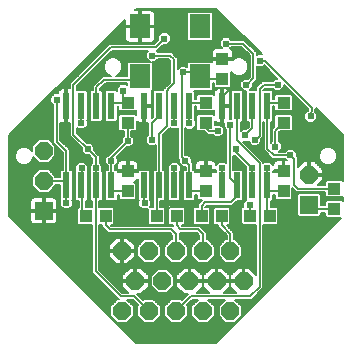
<source format=gtl>
G75*
%MOIN*%
%OFA0B0*%
%FSLAX24Y24*%
%IPPOS*%
%LPD*%
%AMOC8*
5,1,8,0,0,1.08239X$1,22.5*
%
%ADD10R,0.0240X0.0870*%
%ADD11R,0.0433X0.0394*%
%ADD12R,0.0394X0.0433*%
%ADD13R,0.0709X0.0787*%
%ADD14OC8,0.0594*%
%ADD15R,0.0600X0.0600*%
%ADD16OC8,0.0600*%
%ADD17C,0.0060*%
%ADD18C,0.0238*%
%ADD19C,0.0120*%
D10*
X002977Y010284D03*
X003477Y010284D03*
X003977Y010284D03*
X004477Y010284D03*
X005575Y010284D03*
X006075Y010284D03*
X006575Y010284D03*
X007075Y010284D03*
X008174Y010284D03*
X008674Y010284D03*
X009174Y010284D03*
X009674Y010284D03*
X009674Y012934D03*
X009174Y012934D03*
X008674Y012934D03*
X008174Y012934D03*
X007075Y012934D03*
X006575Y012934D03*
X006075Y012934D03*
X005575Y012934D03*
X004477Y012934D03*
X003977Y012934D03*
X003477Y012934D03*
X002977Y012934D03*
D11*
X005026Y013041D03*
X005026Y012372D03*
X007625Y012372D03*
X007625Y013041D03*
X010223Y013041D03*
X010223Y012372D03*
X011920Y010168D03*
X011920Y009499D03*
D12*
X010223Y010088D03*
X010223Y010758D03*
X009762Y009269D03*
X009093Y009269D03*
X008156Y009259D03*
X007487Y009259D03*
X007625Y010088D03*
X007625Y010758D03*
X006660Y009259D03*
X005991Y009259D03*
X005026Y010088D03*
X005026Y010758D03*
X004298Y009259D03*
X003629Y009259D03*
X008186Y013828D03*
X008186Y014497D03*
D13*
X007434Y013927D03*
X007434Y015581D03*
X005434Y015581D03*
X005434Y013927D03*
D14*
X005736Y008096D03*
X004834Y008096D03*
X005283Y007096D03*
X004834Y006096D03*
X005736Y006096D03*
X006185Y007096D03*
X007086Y007096D03*
X006638Y008096D03*
X007539Y008096D03*
X007988Y007096D03*
X007539Y006096D03*
X006638Y006096D03*
X008441Y006096D03*
X008890Y007096D03*
X008441Y008096D03*
D15*
X011074Y009633D03*
X002229Y009431D03*
D16*
X002229Y010431D03*
X002229Y011431D03*
X011074Y010633D03*
D17*
X008631Y005698D02*
X004649Y005698D01*
X004674Y005709D02*
X004995Y005709D01*
X005221Y005935D01*
X005221Y006256D01*
X005014Y006463D01*
X005199Y006463D01*
X005378Y006284D01*
X005349Y006256D01*
X005349Y005935D01*
X005576Y005709D01*
X005896Y005709D01*
X006123Y005935D01*
X006123Y006256D01*
X005896Y006482D01*
X005576Y006482D01*
X005547Y006454D01*
X005351Y006651D01*
X005468Y006651D01*
X005728Y006911D01*
X005728Y007066D01*
X005313Y007066D01*
X005313Y007126D01*
X005253Y007126D01*
X005253Y007540D01*
X005099Y007540D01*
X004838Y007280D01*
X004838Y007126D01*
X005253Y007126D01*
X005253Y007066D01*
X004838Y007066D01*
X004838Y006911D01*
X005046Y006703D01*
X004850Y006703D01*
X004080Y007473D01*
X004080Y008953D01*
X004178Y008953D01*
X004178Y008899D01*
X004248Y008828D01*
X004373Y008703D01*
X006424Y008703D01*
X006518Y008609D01*
X006518Y008482D01*
X006477Y008482D01*
X006251Y008256D01*
X006251Y007935D01*
X006477Y007709D01*
X006798Y007709D01*
X007024Y007935D01*
X007024Y008256D01*
X006798Y008482D01*
X006758Y008482D01*
X006758Y008703D01*
X007325Y008703D01*
X007419Y008609D01*
X007419Y008482D01*
X007379Y008482D01*
X007152Y008256D01*
X007152Y007935D01*
X007379Y007709D01*
X007699Y007709D01*
X007926Y007935D01*
X007926Y008256D01*
X007699Y008482D01*
X007659Y008482D01*
X007659Y008709D01*
X007589Y008779D01*
X007425Y008943D01*
X006835Y008943D01*
X006825Y008953D01*
X006894Y008953D01*
X006947Y009006D01*
X006947Y009513D01*
X006894Y009566D01*
X006426Y009566D01*
X006373Y009513D01*
X006373Y009006D01*
X006426Y008953D01*
X006540Y008953D01*
X006540Y008926D01*
X006523Y008943D01*
X004473Y008943D01*
X004463Y008953D01*
X004532Y008953D01*
X004585Y009006D01*
X004585Y009513D01*
X004532Y009566D01*
X004080Y009566D01*
X004080Y009759D01*
X004134Y009759D01*
X004187Y009812D01*
X004187Y010756D01*
X004178Y010765D01*
X004179Y010767D01*
X004179Y010940D01*
X004090Y011029D01*
X004090Y011273D01*
X004020Y011343D01*
X003909Y011454D01*
X003909Y011580D01*
X003787Y011702D01*
X003661Y011702D01*
X003340Y012023D01*
X003340Y012208D01*
X003394Y012154D01*
X003567Y012154D01*
X003689Y012277D01*
X003689Y012450D01*
X003682Y012457D01*
X003687Y012462D01*
X003687Y013406D01*
X003634Y013459D01*
X003340Y013459D01*
X003340Y013594D01*
X004510Y014763D01*
X005705Y014763D01*
X005641Y014700D01*
X005641Y014527D01*
X005757Y014411D01*
X005043Y014411D01*
X004990Y014358D01*
X004990Y013933D01*
X004623Y013933D01*
X004716Y013972D01*
X004802Y014058D01*
X004848Y014170D01*
X004848Y014292D01*
X004846Y014297D01*
X004846Y014303D01*
X004799Y014415D01*
X004713Y014501D01*
X004601Y014548D01*
X004480Y014548D01*
X004367Y014501D01*
X004281Y014415D01*
X004235Y014303D01*
X004235Y014181D01*
X004237Y014176D01*
X004237Y014170D01*
X004284Y014058D01*
X004370Y013972D01*
X004462Y013933D01*
X004192Y013933D01*
X004122Y013863D01*
X003857Y013598D01*
X003857Y013459D01*
X003820Y013459D01*
X003767Y013406D01*
X003767Y012462D01*
X003820Y012409D01*
X004134Y012409D01*
X004187Y012462D01*
X004187Y013406D01*
X004134Y013459D01*
X004097Y013459D01*
X004097Y013499D01*
X004292Y013693D01*
X004990Y013693D01*
X004990Y013619D01*
X004957Y013652D01*
X004784Y013652D01*
X004661Y013530D01*
X004661Y013432D01*
X004634Y013459D01*
X004320Y013459D01*
X004267Y013406D01*
X004267Y012462D01*
X004320Y012409D01*
X004634Y012409D01*
X004687Y012462D01*
X004687Y012921D01*
X004720Y012921D01*
X004720Y012807D01*
X004772Y012754D01*
X005280Y012754D01*
X005307Y012782D01*
X005307Y012631D01*
X005280Y012659D01*
X004772Y012659D01*
X004720Y012606D01*
X004720Y012138D01*
X004772Y012085D01*
X004910Y012085D01*
X004910Y011939D01*
X004821Y011850D01*
X004821Y011724D01*
X004431Y011333D01*
X004410Y011312D01*
X004394Y011312D01*
X004271Y011190D01*
X004271Y011017D01*
X004357Y010931D01*
X004357Y010809D01*
X004320Y010809D01*
X004267Y010756D01*
X004267Y009812D01*
X004320Y009759D01*
X004634Y009759D01*
X004687Y009812D01*
X004687Y009968D01*
X004739Y009968D01*
X004739Y009835D01*
X004792Y009782D01*
X005260Y009782D01*
X005313Y009835D01*
X005313Y010342D01*
X005260Y010395D01*
X005250Y010395D01*
X005280Y010403D01*
X005314Y010423D01*
X005342Y010450D01*
X005361Y010484D01*
X005365Y010500D01*
X005365Y009812D01*
X005389Y009788D01*
X005381Y009780D01*
X005381Y009607D01*
X005504Y009484D01*
X005677Y009484D01*
X005704Y009511D01*
X005704Y009006D01*
X005757Y008953D01*
X006225Y008953D01*
X006278Y009006D01*
X006278Y009513D01*
X006225Y009566D01*
X006111Y009566D01*
X006111Y009759D01*
X006233Y009759D01*
X006285Y009812D01*
X006285Y010756D01*
X006233Y010809D01*
X006195Y010809D01*
X006195Y011959D01*
X006437Y012201D01*
X006484Y012154D01*
X006657Y012154D01*
X006710Y012208D01*
X006710Y011174D01*
X006741Y011143D01*
X006741Y011017D01*
X006864Y010894D01*
X006955Y010894D01*
X006955Y010809D01*
X006918Y010809D01*
X006865Y010756D01*
X006865Y009812D01*
X006918Y009759D01*
X007233Y009759D01*
X007285Y009812D01*
X007285Y009968D01*
X007338Y009968D01*
X007338Y009835D01*
X007391Y009782D01*
X007491Y009782D01*
X007367Y009658D01*
X007367Y009566D01*
X007253Y009566D01*
X007200Y009513D01*
X007200Y009006D01*
X007253Y008953D01*
X007721Y008953D01*
X007774Y009006D01*
X007774Y009513D01*
X007721Y009566D01*
X007614Y009566D01*
X007662Y009613D01*
X008515Y009613D01*
X008640Y009738D01*
X008661Y009759D01*
X008831Y009759D01*
X008884Y009812D01*
X008884Y010756D01*
X008831Y010809D01*
X008550Y010809D01*
X008550Y011278D01*
X008554Y011274D01*
X008600Y011274D01*
X008971Y010903D01*
X008971Y010777D01*
X008978Y010770D01*
X008964Y010756D01*
X008964Y009812D01*
X008969Y009807D01*
X008881Y009720D01*
X008881Y009576D01*
X008859Y009576D01*
X008806Y009523D01*
X008806Y009016D01*
X008859Y008963D01*
X009310Y008963D01*
X009310Y007304D01*
X009074Y007540D01*
X008920Y007540D01*
X008920Y007126D01*
X008860Y007126D01*
X008860Y007540D01*
X008705Y007540D01*
X008445Y007280D01*
X008445Y007126D01*
X008860Y007126D01*
X008860Y007066D01*
X008445Y007066D01*
X008445Y006911D01*
X008653Y006703D01*
X008225Y006703D01*
X008433Y006911D01*
X008433Y007066D01*
X008018Y007066D01*
X008018Y007126D01*
X007958Y007126D01*
X007958Y007540D01*
X007804Y007540D01*
X007543Y007280D01*
X007543Y007126D01*
X007958Y007126D01*
X007958Y007066D01*
X007543Y007066D01*
X007543Y006911D01*
X007751Y006703D01*
X007323Y006703D01*
X007531Y006911D01*
X007531Y007066D01*
X007116Y007066D01*
X007116Y007126D01*
X007056Y007126D01*
X007056Y007540D01*
X006902Y007540D01*
X006641Y007280D01*
X006641Y007126D01*
X007056Y007126D01*
X007056Y007066D01*
X006641Y007066D01*
X006641Y006911D01*
X006902Y006651D01*
X007023Y006651D01*
X006826Y006454D01*
X006798Y006482D01*
X006477Y006482D01*
X006251Y006256D01*
X006251Y005935D01*
X006477Y005709D01*
X006798Y005709D01*
X007024Y005935D01*
X007024Y006256D01*
X006996Y006284D01*
X007175Y006463D01*
X007360Y006463D01*
X007152Y006256D01*
X007152Y005935D01*
X007379Y005709D01*
X007699Y005709D01*
X007926Y005935D01*
X007926Y006256D01*
X007719Y006463D01*
X008261Y006463D01*
X008054Y006256D01*
X008054Y005935D01*
X008281Y005709D01*
X008601Y005709D01*
X008828Y005935D01*
X008828Y006256D01*
X008620Y006463D01*
X009160Y006463D01*
X009480Y006783D01*
X009550Y006854D01*
X009550Y008963D01*
X009996Y008963D01*
X010049Y009016D01*
X010049Y009523D01*
X009996Y009576D01*
X009794Y009576D01*
X009794Y009759D01*
X009831Y009759D01*
X009884Y009812D01*
X009884Y009968D01*
X009936Y009968D01*
X009936Y009835D01*
X009989Y009782D01*
X010457Y009782D01*
X010510Y009835D01*
X010510Y010191D01*
X010528Y010173D01*
X010653Y010048D01*
X011614Y010048D01*
X011614Y009934D01*
X011667Y009881D01*
X012174Y009881D01*
X012201Y009908D01*
X012201Y009759D01*
X012174Y009785D01*
X011667Y009785D01*
X011614Y009733D01*
X011614Y009619D01*
X011464Y009619D01*
X011464Y009970D01*
X011411Y010023D01*
X010737Y010023D01*
X010684Y009970D01*
X010684Y009296D01*
X010737Y009243D01*
X011411Y009243D01*
X011464Y009296D01*
X011464Y009379D01*
X011614Y009379D01*
X011614Y009265D01*
X011667Y009212D01*
X012145Y009212D01*
X007973Y005040D01*
X005307Y005040D01*
X001080Y009267D01*
X001080Y011949D01*
X004932Y015797D01*
X004932Y015611D01*
X005404Y015611D01*
X005404Y016122D01*
X005257Y016122D01*
X005307Y016173D01*
X007973Y016173D01*
X009499Y014648D01*
X009330Y014648D01*
X009330Y014629D02*
X009330Y014719D01*
X008986Y015063D01*
X008916Y015133D01*
X008476Y015133D01*
X008387Y015222D01*
X008214Y015222D01*
X008091Y015100D01*
X008091Y014927D01*
X008156Y014862D01*
X007970Y014862D01*
X007932Y014852D01*
X007899Y014832D01*
X007871Y014805D01*
X007852Y014771D01*
X007841Y014733D01*
X007841Y014527D01*
X008156Y014527D01*
X008156Y014467D01*
X007841Y014467D01*
X007841Y014395D01*
X007826Y014411D01*
X007043Y014411D01*
X006990Y014358D01*
X006990Y014231D01*
X006958Y014262D01*
X006785Y014262D01*
X006690Y014168D01*
X006690Y014538D01*
X006620Y014608D01*
X006495Y014733D01*
X006026Y014733D01*
X005996Y014763D01*
X006010Y014763D01*
X006080Y014834D01*
X006211Y014964D01*
X006337Y014964D01*
X006459Y015087D01*
X006459Y015260D01*
X006337Y015382D01*
X006164Y015382D01*
X006041Y015260D01*
X006041Y015134D01*
X005911Y015003D01*
X004411Y015003D01*
X004340Y014933D01*
X003171Y013763D01*
X003100Y013693D01*
X003100Y013517D01*
X003007Y013517D01*
X003007Y012964D01*
X002947Y012964D01*
X002947Y013517D01*
X002838Y013517D01*
X002800Y013507D01*
X002766Y013488D01*
X002738Y013460D01*
X002719Y013426D01*
X002709Y013389D01*
X002709Y013352D01*
X002574Y013352D01*
X002451Y013230D01*
X002451Y013057D01*
X002540Y012968D01*
X002540Y011694D01*
X002611Y011623D01*
X002857Y011377D01*
X002857Y010809D01*
X002820Y010809D01*
X002767Y010756D01*
X002767Y010551D01*
X002619Y010551D01*
X002619Y010593D01*
X002390Y010821D01*
X002067Y010821D01*
X001839Y010593D01*
X001839Y010270D01*
X002067Y010041D01*
X002390Y010041D01*
X002619Y010270D01*
X002619Y010311D01*
X002767Y010311D01*
X002767Y009812D01*
X002785Y009794D01*
X002771Y009780D01*
X002771Y009607D01*
X002894Y009484D01*
X003067Y009484D01*
X003189Y009607D01*
X003189Y009780D01*
X003172Y009797D01*
X003187Y009812D01*
X003187Y010756D01*
X003134Y010809D01*
X003097Y010809D01*
X003097Y011476D01*
X003027Y011547D01*
X002780Y011793D01*
X002780Y012372D01*
X002800Y012361D01*
X002838Y012351D01*
X002947Y012351D01*
X002947Y012904D01*
X003007Y012904D01*
X003007Y012351D01*
X003100Y012351D01*
X003100Y011924D01*
X003491Y011533D01*
X003491Y011407D01*
X003614Y011284D01*
X003740Y011284D01*
X003850Y011174D01*
X003850Y011029D01*
X003761Y010940D01*
X003761Y010767D01*
X003769Y010759D01*
X003767Y010756D01*
X003767Y009812D01*
X003820Y009759D01*
X003840Y009759D01*
X003840Y009566D01*
X003640Y009566D01*
X003640Y009765D01*
X003687Y009812D01*
X003687Y010756D01*
X003687Y010757D01*
X003700Y010770D01*
X003700Y010943D01*
X003577Y011065D01*
X003404Y011065D01*
X003282Y010943D01*
X003282Y010771D01*
X003267Y010756D01*
X003267Y009812D01*
X003320Y009759D01*
X003400Y009759D01*
X003400Y009566D01*
X003394Y009566D01*
X003342Y009513D01*
X003342Y009006D01*
X003394Y008953D01*
X003840Y008953D01*
X003840Y007374D01*
X004680Y006534D01*
X004732Y006482D01*
X004674Y006482D01*
X004448Y006256D01*
X004448Y005935D01*
X004674Y005709D01*
X004627Y005756D02*
X004591Y005756D01*
X004568Y005815D02*
X004532Y005815D01*
X004510Y005873D02*
X004474Y005873D01*
X004451Y005932D02*
X004415Y005932D01*
X004448Y005990D02*
X004357Y005990D01*
X004298Y006049D02*
X004448Y006049D01*
X004448Y006107D02*
X004240Y006107D01*
X004181Y006166D02*
X004448Y006166D01*
X004448Y006224D02*
X004123Y006224D01*
X004064Y006283D02*
X004475Y006283D01*
X004533Y006341D02*
X004006Y006341D01*
X003947Y006400D02*
X004592Y006400D01*
X004650Y006458D02*
X003889Y006458D01*
X003830Y006517D02*
X004697Y006517D01*
X004639Y006575D02*
X003772Y006575D01*
X003713Y006634D02*
X004580Y006634D01*
X004522Y006692D02*
X003655Y006692D01*
X003596Y006751D02*
X004463Y006751D01*
X004405Y006809D02*
X003538Y006809D01*
X003479Y006868D02*
X004346Y006868D01*
X004288Y006926D02*
X003421Y006926D01*
X003362Y006985D02*
X004229Y006985D01*
X004171Y007043D02*
X003304Y007043D01*
X003245Y007102D02*
X004112Y007102D01*
X004054Y007160D02*
X003187Y007160D01*
X003128Y007219D02*
X003995Y007219D01*
X003937Y007277D02*
X003070Y007277D01*
X003011Y007336D02*
X003878Y007336D01*
X003840Y007394D02*
X002953Y007394D01*
X002894Y007453D02*
X003840Y007453D01*
X003840Y007511D02*
X002836Y007511D01*
X002777Y007570D02*
X003840Y007570D01*
X003840Y007628D02*
X002719Y007628D01*
X002660Y007687D02*
X003840Y007687D01*
X003840Y007745D02*
X002602Y007745D01*
X002543Y007804D02*
X003840Y007804D01*
X003840Y007862D02*
X002485Y007862D01*
X002426Y007921D02*
X003840Y007921D01*
X003840Y007979D02*
X002368Y007979D01*
X002309Y008038D02*
X003840Y008038D01*
X003840Y008096D02*
X002251Y008096D01*
X002192Y008155D02*
X003840Y008155D01*
X003840Y008213D02*
X002134Y008213D01*
X002075Y008272D02*
X003840Y008272D01*
X003840Y008330D02*
X002017Y008330D01*
X001958Y008389D02*
X003840Y008389D01*
X003840Y008447D02*
X001900Y008447D01*
X001841Y008506D02*
X003840Y008506D01*
X003840Y008564D02*
X001783Y008564D01*
X001724Y008623D02*
X003840Y008623D01*
X003840Y008681D02*
X001666Y008681D01*
X001607Y008740D02*
X003840Y008740D01*
X003840Y008798D02*
X001549Y008798D01*
X001490Y008857D02*
X003840Y008857D01*
X003840Y008915D02*
X001432Y008915D01*
X001373Y008974D02*
X003374Y008974D01*
X003342Y009032D02*
X002639Y009032D01*
X002647Y009041D02*
X002667Y009074D01*
X002677Y009112D01*
X002677Y009401D01*
X002259Y009401D01*
X002259Y008983D01*
X002548Y008983D01*
X002586Y008993D01*
X002620Y009013D01*
X002647Y009041D01*
X002671Y009091D02*
X003342Y009091D01*
X003342Y009149D02*
X002677Y009149D01*
X002677Y009208D02*
X003342Y009208D01*
X003342Y009266D02*
X002677Y009266D01*
X002677Y009325D02*
X003342Y009325D01*
X003342Y009383D02*
X002677Y009383D01*
X002677Y009461D02*
X002677Y009751D01*
X002667Y009789D01*
X002647Y009822D01*
X002620Y009850D01*
X002586Y009870D01*
X002548Y009880D01*
X002259Y009880D01*
X002259Y009461D01*
X002677Y009461D01*
X002677Y009500D02*
X002878Y009500D01*
X002819Y009559D02*
X002677Y009559D01*
X002677Y009617D02*
X002771Y009617D01*
X002771Y009676D02*
X002677Y009676D01*
X002677Y009734D02*
X002771Y009734D01*
X002784Y009793D02*
X002664Y009793D01*
X002617Y009851D02*
X002767Y009851D01*
X002767Y009910D02*
X001080Y009910D01*
X001080Y009968D02*
X002767Y009968D01*
X002767Y010027D02*
X001080Y010027D01*
X001080Y010085D02*
X002023Y010085D01*
X001965Y010144D02*
X001080Y010144D01*
X001080Y010202D02*
X001906Y010202D01*
X001848Y010261D02*
X001080Y010261D01*
X001080Y010319D02*
X001839Y010319D01*
X001839Y010378D02*
X001080Y010378D01*
X001080Y010436D02*
X001839Y010436D01*
X001839Y010495D02*
X001080Y010495D01*
X001080Y010553D02*
X001839Y010553D01*
X001857Y010612D02*
X001080Y010612D01*
X001080Y010670D02*
X001916Y010670D01*
X001974Y010729D02*
X001080Y010729D01*
X001080Y010787D02*
X002033Y010787D01*
X002067Y011041D02*
X002390Y011041D01*
X002619Y011270D01*
X002619Y011593D01*
X002390Y011821D01*
X002067Y011821D01*
X001839Y011593D01*
X001839Y011418D01*
X001832Y011434D01*
X001746Y011520D01*
X001634Y011567D01*
X001512Y011567D01*
X001400Y011520D01*
X001314Y011434D01*
X001267Y011322D01*
X001267Y011200D01*
X001314Y011088D01*
X001400Y011002D01*
X001512Y010955D01*
X001634Y010955D01*
X001746Y011002D01*
X001832Y011088D01*
X001878Y011200D01*
X001878Y011230D01*
X002067Y011041D01*
X002029Y011080D02*
X001824Y011080D01*
X001853Y011138D02*
X001970Y011138D01*
X001912Y011197D02*
X001877Y011197D01*
X001765Y011021D02*
X002857Y011021D01*
X002857Y010963D02*
X001652Y010963D01*
X001494Y010963D02*
X001080Y010963D01*
X001080Y011021D02*
X001380Y011021D01*
X001322Y011080D02*
X001080Y011080D01*
X001080Y011138D02*
X001293Y011138D01*
X001269Y011197D02*
X001080Y011197D01*
X001080Y011255D02*
X001267Y011255D01*
X001267Y011314D02*
X001080Y011314D01*
X001080Y011372D02*
X001288Y011372D01*
X001312Y011431D02*
X001080Y011431D01*
X001080Y011489D02*
X001369Y011489D01*
X001467Y011548D02*
X001080Y011548D01*
X001080Y011606D02*
X001852Y011606D01*
X001839Y011548D02*
X001679Y011548D01*
X001777Y011489D02*
X001839Y011489D01*
X001833Y011431D02*
X001839Y011431D01*
X001910Y011665D02*
X001080Y011665D01*
X001080Y011723D02*
X001969Y011723D01*
X002027Y011782D02*
X001080Y011782D01*
X001080Y011840D02*
X002540Y011840D01*
X002540Y011782D02*
X002430Y011782D01*
X002488Y011723D02*
X002540Y011723D01*
X002547Y011665D02*
X002569Y011665D01*
X002611Y011623D02*
X002611Y011623D01*
X002605Y011606D02*
X002628Y011606D01*
X002619Y011548D02*
X002686Y011548D01*
X002745Y011489D02*
X002619Y011489D01*
X002619Y011431D02*
X002803Y011431D01*
X002857Y011372D02*
X002619Y011372D01*
X002619Y011314D02*
X002857Y011314D01*
X002857Y011255D02*
X002604Y011255D01*
X002546Y011197D02*
X002857Y011197D01*
X002857Y011138D02*
X002487Y011138D01*
X002429Y011080D02*
X002857Y011080D01*
X002857Y010904D02*
X001080Y010904D01*
X001080Y010846D02*
X002857Y010846D01*
X002798Y010787D02*
X002424Y010787D01*
X002483Y010729D02*
X002767Y010729D01*
X002767Y010670D02*
X002541Y010670D01*
X002600Y010612D02*
X002767Y010612D01*
X002767Y010553D02*
X002619Y010553D01*
X002610Y010261D02*
X002767Y010261D01*
X002767Y010202D02*
X002551Y010202D01*
X002493Y010144D02*
X002767Y010144D01*
X002767Y010085D02*
X002434Y010085D01*
X002259Y009851D02*
X002199Y009851D01*
X002199Y009880D02*
X001909Y009880D01*
X001872Y009870D01*
X001838Y009850D01*
X001810Y009822D01*
X001791Y009789D01*
X001781Y009751D01*
X001781Y009461D01*
X002199Y009461D01*
X002199Y009401D01*
X002259Y009401D01*
X002259Y009461D01*
X002199Y009461D01*
X002199Y009880D01*
X002199Y009793D02*
X002259Y009793D01*
X002259Y009734D02*
X002199Y009734D01*
X002199Y009676D02*
X002259Y009676D01*
X002259Y009617D02*
X002199Y009617D01*
X002199Y009559D02*
X002259Y009559D01*
X002259Y009500D02*
X002199Y009500D01*
X002199Y009442D02*
X001080Y009442D01*
X001080Y009500D02*
X001781Y009500D01*
X001781Y009559D02*
X001080Y009559D01*
X001080Y009617D02*
X001781Y009617D01*
X001781Y009676D02*
X001080Y009676D01*
X001080Y009734D02*
X001781Y009734D01*
X001793Y009793D02*
X001080Y009793D01*
X001080Y009851D02*
X001840Y009851D01*
X001781Y009401D02*
X001781Y009112D01*
X001791Y009074D01*
X001810Y009041D01*
X001838Y009013D01*
X001872Y008993D01*
X001909Y008983D01*
X002199Y008983D01*
X002199Y009401D01*
X001781Y009401D01*
X001781Y009383D02*
X001080Y009383D01*
X001080Y009325D02*
X001781Y009325D01*
X001781Y009266D02*
X001081Y009266D01*
X001139Y009208D02*
X001781Y009208D01*
X001781Y009149D02*
X001198Y009149D01*
X001256Y009091D02*
X001786Y009091D01*
X001818Y009032D02*
X001315Y009032D01*
X002199Y009032D02*
X002259Y009032D01*
X002259Y009091D02*
X002199Y009091D01*
X002199Y009149D02*
X002259Y009149D01*
X002259Y009208D02*
X002199Y009208D01*
X002199Y009266D02*
X002259Y009266D01*
X002259Y009325D02*
X002199Y009325D01*
X002199Y009383D02*
X002259Y009383D01*
X002259Y009442D02*
X003342Y009442D01*
X003342Y009500D02*
X003083Y009500D01*
X003142Y009559D02*
X003387Y009559D01*
X003400Y009617D02*
X003189Y009617D01*
X003189Y009676D02*
X003400Y009676D01*
X003400Y009734D02*
X003189Y009734D01*
X003177Y009793D02*
X003286Y009793D01*
X003267Y009851D02*
X003187Y009851D01*
X003187Y009910D02*
X003267Y009910D01*
X003267Y009968D02*
X003187Y009968D01*
X003187Y010027D02*
X003267Y010027D01*
X003267Y010085D02*
X003187Y010085D01*
X003187Y010144D02*
X003267Y010144D01*
X003267Y010202D02*
X003187Y010202D01*
X003187Y010261D02*
X003267Y010261D01*
X003267Y010319D02*
X003187Y010319D01*
X003187Y010378D02*
X003267Y010378D01*
X003267Y010436D02*
X003187Y010436D01*
X003187Y010495D02*
X003267Y010495D01*
X003267Y010553D02*
X003187Y010553D01*
X003187Y010612D02*
X003267Y010612D01*
X003267Y010670D02*
X003187Y010670D01*
X003187Y010729D02*
X003267Y010729D01*
X003282Y010787D02*
X003156Y010787D01*
X003097Y010846D02*
X003282Y010846D01*
X003282Y010904D02*
X003097Y010904D01*
X003097Y010963D02*
X003302Y010963D01*
X003360Y011021D02*
X003097Y011021D01*
X003097Y011080D02*
X003850Y011080D01*
X003850Y011138D02*
X003097Y011138D01*
X003097Y011197D02*
X003827Y011197D01*
X003769Y011255D02*
X003097Y011255D01*
X003097Y011314D02*
X003584Y011314D01*
X003526Y011372D02*
X003097Y011372D01*
X003097Y011431D02*
X003491Y011431D01*
X003491Y011489D02*
X003084Y011489D01*
X003026Y011548D02*
X003476Y011548D01*
X003418Y011606D02*
X002967Y011606D01*
X002909Y011665D02*
X003359Y011665D01*
X003301Y011723D02*
X002850Y011723D01*
X002792Y011782D02*
X003242Y011782D01*
X003184Y011840D02*
X002780Y011840D01*
X002780Y011899D02*
X003125Y011899D01*
X003100Y011957D02*
X002780Y011957D01*
X002780Y012016D02*
X003100Y012016D01*
X003100Y012074D02*
X002780Y012074D01*
X002780Y012133D02*
X003100Y012133D01*
X003100Y012191D02*
X002780Y012191D01*
X002780Y012250D02*
X003100Y012250D01*
X003100Y012308D02*
X002780Y012308D01*
X002780Y012367D02*
X002790Y012367D01*
X002947Y012367D02*
X003007Y012367D01*
X003007Y012425D02*
X002947Y012425D01*
X002947Y012484D02*
X003007Y012484D01*
X003007Y012542D02*
X002947Y012542D01*
X002947Y012601D02*
X003007Y012601D01*
X003007Y012659D02*
X002947Y012659D01*
X002947Y012718D02*
X003007Y012718D01*
X003007Y012776D02*
X002947Y012776D01*
X002947Y012835D02*
X003007Y012835D01*
X003007Y012893D02*
X002947Y012893D01*
X002947Y013010D02*
X003007Y013010D01*
X003007Y013069D02*
X002947Y013069D01*
X002947Y013127D02*
X003007Y013127D01*
X003007Y013186D02*
X002947Y013186D01*
X002947Y013244D02*
X003007Y013244D01*
X003007Y013303D02*
X002947Y013303D01*
X002947Y013361D02*
X003007Y013361D01*
X003007Y013420D02*
X002947Y013420D01*
X002947Y013478D02*
X003007Y013478D01*
X003100Y013537D02*
X002669Y013537D01*
X002611Y013478D02*
X002757Y013478D01*
X002717Y013420D02*
X002552Y013420D01*
X002494Y013361D02*
X002709Y013361D01*
X002660Y013143D02*
X002660Y011743D01*
X002977Y011427D01*
X002977Y010284D01*
X002977Y010431D01*
X002229Y010431D01*
X002977Y010306D02*
X002977Y010284D01*
X002977Y009693D01*
X002980Y009693D01*
X003477Y010037D02*
X003477Y010284D01*
X003491Y010298D01*
X003491Y010856D01*
X003700Y010846D02*
X003761Y010846D01*
X003761Y010904D02*
X003700Y010904D01*
X003680Y010963D02*
X003784Y010963D01*
X003843Y011021D02*
X003621Y011021D01*
X003700Y010787D02*
X003761Y010787D01*
X003767Y010729D02*
X003687Y010729D01*
X003687Y010670D02*
X003767Y010670D01*
X003767Y010612D02*
X003687Y010612D01*
X003687Y010553D02*
X003767Y010553D01*
X003767Y010495D02*
X003687Y010495D01*
X003687Y010436D02*
X003767Y010436D01*
X003767Y010378D02*
X003687Y010378D01*
X003687Y010319D02*
X003767Y010319D01*
X003767Y010261D02*
X003687Y010261D01*
X003687Y010202D02*
X003767Y010202D01*
X003767Y010144D02*
X003687Y010144D01*
X003687Y010085D02*
X003767Y010085D01*
X003767Y010027D02*
X003687Y010027D01*
X003687Y009968D02*
X003767Y009968D01*
X003767Y009910D02*
X003687Y009910D01*
X003687Y009851D02*
X003767Y009851D01*
X003786Y009793D02*
X003668Y009793D01*
X003640Y009734D02*
X003840Y009734D01*
X003840Y009676D02*
X003640Y009676D01*
X003640Y009617D02*
X003840Y009617D01*
X004080Y009617D02*
X005381Y009617D01*
X005381Y009676D02*
X004080Y009676D01*
X004080Y009734D02*
X005381Y009734D01*
X005384Y009793D02*
X005271Y009793D01*
X005313Y009851D02*
X005365Y009851D01*
X005365Y009910D02*
X005313Y009910D01*
X005313Y009968D02*
X005365Y009968D01*
X005365Y010027D02*
X005313Y010027D01*
X005313Y010085D02*
X005365Y010085D01*
X005365Y010144D02*
X005313Y010144D01*
X005313Y010202D02*
X005365Y010202D01*
X005365Y010261D02*
X005313Y010261D01*
X005313Y010319D02*
X005365Y010319D01*
X005365Y010378D02*
X005277Y010378D01*
X005328Y010436D02*
X005365Y010436D01*
X005364Y010495D02*
X005365Y010495D01*
X005575Y010284D02*
X005575Y009693D01*
X005590Y009693D01*
X005429Y009559D02*
X004539Y009559D01*
X004585Y009500D02*
X005488Y009500D01*
X005693Y009500D02*
X005704Y009500D01*
X005704Y009442D02*
X004585Y009442D01*
X004585Y009383D02*
X005704Y009383D01*
X005704Y009325D02*
X004585Y009325D01*
X004585Y009266D02*
X005704Y009266D01*
X005704Y009208D02*
X004585Y009208D01*
X004585Y009149D02*
X005704Y009149D01*
X005704Y009091D02*
X004585Y009091D01*
X004585Y009032D02*
X005704Y009032D01*
X005736Y008974D02*
X004553Y008974D01*
X004423Y008823D02*
X004298Y008948D01*
X004298Y009259D01*
X004178Y008915D02*
X004080Y008915D01*
X004080Y008857D02*
X004220Y008857D01*
X004278Y008798D02*
X004080Y008798D01*
X004080Y008740D02*
X004337Y008740D01*
X004423Y008823D02*
X006473Y008823D01*
X006638Y008659D01*
X006638Y008096D01*
X006891Y008389D02*
X007285Y008389D01*
X007227Y008330D02*
X006950Y008330D01*
X007008Y008272D02*
X007168Y008272D01*
X007152Y008213D02*
X007024Y008213D01*
X007024Y008155D02*
X007152Y008155D01*
X007152Y008096D02*
X007024Y008096D01*
X007024Y008038D02*
X007152Y008038D01*
X007152Y007979D02*
X007024Y007979D01*
X007010Y007921D02*
X007167Y007921D01*
X007225Y007862D02*
X006952Y007862D01*
X006893Y007804D02*
X007284Y007804D01*
X007342Y007745D02*
X006835Y007745D01*
X006873Y007511D02*
X005497Y007511D01*
X005468Y007540D02*
X005313Y007540D01*
X005313Y007126D01*
X005728Y007126D01*
X005728Y007280D01*
X005468Y007540D01*
X005555Y007453D02*
X005995Y007453D01*
X006025Y007482D02*
X005798Y007256D01*
X005798Y006935D01*
X006025Y006709D01*
X006345Y006709D01*
X006572Y006935D01*
X006572Y007256D01*
X006345Y007482D01*
X006025Y007482D01*
X005937Y007394D02*
X005614Y007394D01*
X005672Y007336D02*
X005878Y007336D01*
X005820Y007277D02*
X005728Y007277D01*
X005728Y007219D02*
X005798Y007219D01*
X005798Y007160D02*
X005728Y007160D01*
X005798Y007102D02*
X005313Y007102D01*
X005313Y007160D02*
X005253Y007160D01*
X005253Y007102D02*
X004452Y007102D01*
X004510Y007043D02*
X004838Y007043D01*
X004838Y006985D02*
X004569Y006985D01*
X004627Y006926D02*
X004838Y006926D01*
X004882Y006868D02*
X004686Y006868D01*
X004744Y006809D02*
X004940Y006809D01*
X004999Y006751D02*
X004803Y006751D01*
X004800Y006583D02*
X005248Y006583D01*
X005736Y006096D01*
X005470Y005815D02*
X005101Y005815D01*
X005159Y005873D02*
X005411Y005873D01*
X005353Y005932D02*
X005218Y005932D01*
X005221Y005990D02*
X005349Y005990D01*
X005349Y006049D02*
X005221Y006049D01*
X005221Y006107D02*
X005349Y006107D01*
X005349Y006166D02*
X005221Y006166D01*
X005221Y006224D02*
X005349Y006224D01*
X005376Y006283D02*
X005194Y006283D01*
X005136Y006341D02*
X005321Y006341D01*
X005262Y006400D02*
X005077Y006400D01*
X005019Y006458D02*
X005204Y006458D01*
X005367Y006634D02*
X007006Y006634D01*
X006948Y006575D02*
X005426Y006575D01*
X005484Y006517D02*
X006889Y006517D01*
X006831Y006458D02*
X006822Y006458D01*
X006860Y006692D02*
X005509Y006692D01*
X005568Y006751D02*
X005982Y006751D01*
X005924Y006809D02*
X005626Y006809D01*
X005685Y006868D02*
X005865Y006868D01*
X005807Y006926D02*
X005728Y006926D01*
X005728Y006985D02*
X005798Y006985D01*
X005798Y007043D02*
X005728Y007043D01*
X005313Y007219D02*
X005253Y007219D01*
X005253Y007277D02*
X005313Y007277D01*
X005313Y007336D02*
X005253Y007336D01*
X005253Y007394D02*
X005313Y007394D01*
X005313Y007453D02*
X005253Y007453D01*
X005253Y007511D02*
X005313Y007511D01*
X005114Y007745D02*
X005539Y007745D01*
X005576Y007709D02*
X005896Y007709D01*
X006123Y007935D01*
X006123Y008256D01*
X005896Y008482D01*
X005576Y008482D01*
X005349Y008256D01*
X005349Y007935D01*
X005576Y007709D01*
X005481Y007804D02*
X005172Y007804D01*
X005231Y007862D02*
X005422Y007862D01*
X005364Y007921D02*
X005279Y007921D01*
X005279Y007911D02*
X005279Y008066D01*
X004864Y008066D01*
X004864Y008126D01*
X004804Y008126D01*
X004804Y008540D01*
X004650Y008540D01*
X004390Y008280D01*
X004390Y008126D01*
X004804Y008126D01*
X004804Y008066D01*
X004390Y008066D01*
X004390Y007911D01*
X004650Y007651D01*
X004804Y007651D01*
X004804Y008066D01*
X004864Y008066D01*
X004864Y007651D01*
X005019Y007651D01*
X005279Y007911D01*
X005279Y007979D02*
X005349Y007979D01*
X005349Y008038D02*
X005279Y008038D01*
X005279Y008126D02*
X005279Y008280D01*
X005019Y008540D01*
X004864Y008540D01*
X004864Y008126D01*
X005279Y008126D01*
X005279Y008155D02*
X005349Y008155D01*
X005349Y008213D02*
X005279Y008213D01*
X005279Y008272D02*
X005365Y008272D01*
X005424Y008330D02*
X005229Y008330D01*
X005170Y008389D02*
X005482Y008389D01*
X005541Y008447D02*
X005112Y008447D01*
X005053Y008506D02*
X006518Y008506D01*
X006518Y008564D02*
X004080Y008564D01*
X004080Y008506D02*
X004616Y008506D01*
X004557Y008447D02*
X004080Y008447D01*
X004080Y008389D02*
X004499Y008389D01*
X004440Y008330D02*
X004080Y008330D01*
X004080Y008272D02*
X004390Y008272D01*
X004390Y008213D02*
X004080Y008213D01*
X004080Y008155D02*
X004390Y008155D01*
X004390Y008038D02*
X004080Y008038D01*
X004080Y008096D02*
X004804Y008096D01*
X004804Y008038D02*
X004864Y008038D01*
X004864Y008096D02*
X005349Y008096D01*
X005055Y007687D02*
X009310Y007687D01*
X009310Y007745D02*
X008638Y007745D01*
X008601Y007709D02*
X008828Y007935D01*
X008828Y008256D01*
X008601Y008482D01*
X008561Y008482D01*
X008561Y008713D01*
X008490Y008784D01*
X008321Y008953D01*
X008390Y008953D01*
X008443Y009006D01*
X008443Y009513D01*
X008390Y009566D01*
X007922Y009566D01*
X007869Y009513D01*
X007869Y009006D01*
X007922Y008953D01*
X008036Y008953D01*
X008036Y008899D01*
X008106Y008828D01*
X008321Y008614D01*
X008321Y008482D01*
X008281Y008482D01*
X008054Y008256D01*
X008054Y007935D01*
X008281Y007709D01*
X008601Y007709D01*
X008696Y007804D02*
X009310Y007804D01*
X009310Y007862D02*
X008755Y007862D01*
X008813Y007921D02*
X009310Y007921D01*
X009310Y007979D02*
X008828Y007979D01*
X008828Y008038D02*
X009310Y008038D01*
X009310Y008096D02*
X008828Y008096D01*
X008828Y008155D02*
X009310Y008155D01*
X009310Y008213D02*
X008828Y008213D01*
X008812Y008272D02*
X009310Y008272D01*
X009310Y008330D02*
X008753Y008330D01*
X008695Y008389D02*
X009310Y008389D01*
X009310Y008447D02*
X008636Y008447D01*
X008561Y008506D02*
X009310Y008506D01*
X009310Y008564D02*
X008561Y008564D01*
X008561Y008623D02*
X009310Y008623D01*
X009310Y008681D02*
X008561Y008681D01*
X008534Y008740D02*
X009310Y008740D01*
X009310Y008798D02*
X008476Y008798D01*
X008417Y008857D02*
X009310Y008857D01*
X009310Y008915D02*
X008359Y008915D01*
X008411Y008974D02*
X008848Y008974D01*
X008806Y009032D02*
X008443Y009032D01*
X008443Y009091D02*
X008806Y009091D01*
X008806Y009149D02*
X008443Y009149D01*
X008443Y009208D02*
X008806Y009208D01*
X008806Y009266D02*
X008443Y009266D01*
X008443Y009325D02*
X008806Y009325D01*
X008806Y009383D02*
X008443Y009383D01*
X008443Y009442D02*
X008806Y009442D01*
X008806Y009500D02*
X008443Y009500D01*
X008397Y009559D02*
X008842Y009559D01*
X008881Y009617D02*
X008519Y009617D01*
X008578Y009676D02*
X008881Y009676D01*
X008896Y009734D02*
X008636Y009734D01*
X008590Y009858D02*
X008590Y009883D01*
X008674Y009967D01*
X008674Y010284D01*
X008430Y010528D01*
X008430Y012303D01*
X008221Y012308D02*
X007931Y012308D01*
X007944Y012302D02*
X007931Y012290D01*
X007931Y012415D01*
X007935Y012408D01*
X007963Y012381D01*
X007997Y012361D01*
X008034Y012351D01*
X008144Y012351D01*
X008144Y012904D01*
X008204Y012904D01*
X008204Y012964D01*
X008442Y012964D01*
X008442Y013389D01*
X008432Y013426D01*
X008412Y013460D01*
X008385Y013488D01*
X008351Y013507D01*
X008313Y013517D01*
X008204Y013517D01*
X008204Y012964D01*
X008144Y012964D01*
X008144Y013517D01*
X008034Y013517D01*
X007997Y013507D01*
X007963Y013488D01*
X007935Y013460D01*
X007916Y013426D01*
X007906Y013389D01*
X007906Y013301D01*
X007878Y013328D01*
X007371Y013328D01*
X007318Y013275D01*
X007318Y013161D01*
X007285Y013161D01*
X007285Y013406D01*
X007249Y013443D01*
X007826Y013443D01*
X007879Y013496D01*
X007879Y013708D01*
X007900Y013708D01*
X007900Y013574D01*
X007952Y013521D01*
X008421Y013521D01*
X008473Y013574D01*
X008473Y014072D01*
X008479Y014058D01*
X008565Y013972D01*
X008677Y013925D01*
X008799Y013925D01*
X008911Y013972D01*
X008997Y014058D01*
X009044Y014170D01*
X009044Y014176D01*
X009046Y014181D01*
X009046Y014303D01*
X008999Y014415D01*
X008913Y014501D01*
X008801Y014548D01*
X008680Y014548D01*
X008567Y014501D01*
X008531Y014465D01*
X008531Y014467D01*
X008216Y014467D01*
X008216Y014527D01*
X008531Y014527D01*
X008531Y014733D01*
X008521Y014771D01*
X008502Y014805D01*
X008474Y014832D01*
X008440Y014852D01*
X008436Y014853D01*
X008476Y014893D01*
X008816Y014893D01*
X009090Y014619D01*
X009090Y013903D01*
X009030Y013842D01*
X008894Y013842D01*
X008771Y013720D01*
X008771Y013547D01*
X008894Y013424D01*
X008982Y013424D01*
X008964Y013406D01*
X008964Y012462D01*
X009017Y012409D01*
X009054Y012409D01*
X009054Y012236D01*
X008980Y012162D01*
X008854Y012162D01*
X008794Y012102D01*
X008794Y012409D01*
X008831Y012409D01*
X008884Y012462D01*
X008884Y013406D01*
X008831Y013459D01*
X008517Y013459D01*
X008464Y013406D01*
X008464Y012512D01*
X008442Y012512D01*
X008442Y012904D01*
X008204Y012904D01*
X008204Y012351D01*
X008221Y012351D01*
X008221Y012217D01*
X008310Y012128D01*
X008310Y011019D01*
X008257Y011072D01*
X008084Y011072D01*
X007970Y010958D01*
X007970Y010994D01*
X007960Y011031D01*
X007940Y011065D01*
X007912Y011093D01*
X007879Y011112D01*
X007841Y011122D01*
X007655Y011122D01*
X007655Y010788D01*
X007961Y010788D01*
X007961Y010777D01*
X007973Y010765D01*
X007964Y010756D01*
X007964Y010728D01*
X007655Y010728D01*
X007655Y010788D01*
X007595Y010788D01*
X007595Y011122D01*
X007408Y011122D01*
X007371Y011112D01*
X007337Y011093D01*
X007309Y011065D01*
X007290Y011031D01*
X007280Y010994D01*
X007280Y010788D01*
X007595Y010788D01*
X007595Y010728D01*
X007285Y010728D01*
X007285Y010756D01*
X007233Y010809D01*
X007195Y010809D01*
X007195Y011028D01*
X007159Y011064D01*
X007159Y011190D01*
X007037Y011312D01*
X006950Y011312D01*
X006950Y012188D01*
X006994Y012144D01*
X007167Y012144D01*
X007289Y012267D01*
X007289Y012440D01*
X007276Y012453D01*
X007285Y012462D01*
X007285Y012921D01*
X007318Y012921D01*
X007318Y012807D01*
X007371Y012754D01*
X007878Y012754D01*
X007906Y012782D01*
X007906Y012631D01*
X007878Y012659D01*
X007371Y012659D01*
X007318Y012606D01*
X007318Y012138D01*
X007371Y012085D01*
X007589Y012085D01*
X007630Y012044D01*
X007701Y011973D01*
X007855Y011973D01*
X007944Y011884D01*
X008117Y011884D01*
X008239Y012007D01*
X008239Y012180D01*
X008117Y012302D01*
X007944Y012302D01*
X007931Y012367D02*
X007987Y012367D01*
X008144Y012367D02*
X008204Y012367D01*
X008204Y012425D02*
X008144Y012425D01*
X008144Y012484D02*
X008204Y012484D01*
X008204Y012542D02*
X008144Y012542D01*
X008144Y012601D02*
X008204Y012601D01*
X008204Y012659D02*
X008144Y012659D01*
X008144Y012718D02*
X008204Y012718D01*
X008204Y012776D02*
X008144Y012776D01*
X008144Y012835D02*
X008204Y012835D01*
X008204Y012893D02*
X008144Y012893D01*
X008174Y012934D02*
X008174Y013237D01*
X008580Y013643D01*
X008473Y013654D02*
X008771Y013654D01*
X008771Y013712D02*
X008473Y013712D01*
X008473Y013771D02*
X008822Y013771D01*
X008881Y013829D02*
X008473Y013829D01*
X008473Y013888D02*
X009075Y013888D01*
X009090Y013946D02*
X008850Y013946D01*
X008944Y014005D02*
X009090Y014005D01*
X009090Y014063D02*
X009000Y014063D01*
X009024Y014122D02*
X009090Y014122D01*
X009090Y014180D02*
X009046Y014180D01*
X009046Y014239D02*
X009090Y014239D01*
X009090Y014297D02*
X009046Y014297D01*
X009024Y014356D02*
X009090Y014356D01*
X009090Y014414D02*
X009000Y014414D01*
X008942Y014473D02*
X009090Y014473D01*
X009090Y014531D02*
X008840Y014531D01*
X009003Y014707D02*
X008531Y014707D01*
X008531Y014648D02*
X009061Y014648D01*
X009090Y014590D02*
X008531Y014590D01*
X008531Y014531D02*
X008640Y014531D01*
X008539Y014473D02*
X008216Y014473D01*
X008156Y014473D02*
X006690Y014473D01*
X006690Y014531D02*
X007841Y014531D01*
X007841Y014590D02*
X006639Y014590D01*
X006580Y014648D02*
X007841Y014648D01*
X007841Y014707D02*
X006522Y014707D01*
X006445Y014613D02*
X006570Y014488D01*
X006570Y013683D01*
X006410Y013523D01*
X006330Y013443D01*
X006330Y012263D01*
X006075Y012008D01*
X006075Y010284D01*
X005991Y010200D01*
X005991Y009259D01*
X006278Y009266D02*
X006373Y009266D01*
X006373Y009208D02*
X006278Y009208D01*
X006278Y009149D02*
X006373Y009149D01*
X006373Y009091D02*
X006278Y009091D01*
X006278Y009032D02*
X006373Y009032D01*
X006405Y008974D02*
X006246Y008974D01*
X006278Y009325D02*
X006373Y009325D01*
X006373Y009383D02*
X006278Y009383D01*
X006278Y009442D02*
X006373Y009442D01*
X006373Y009500D02*
X006278Y009500D01*
X006232Y009559D02*
X006419Y009559D01*
X006418Y009759D02*
X006733Y009759D01*
X006785Y009812D01*
X006785Y010756D01*
X006782Y010760D01*
X006789Y010767D01*
X006789Y010940D01*
X006667Y011062D01*
X006494Y011062D01*
X006371Y010940D01*
X006371Y010767D01*
X006374Y010765D01*
X006365Y010756D01*
X006365Y009812D01*
X006418Y009759D01*
X006384Y009793D02*
X006266Y009793D01*
X006285Y009851D02*
X006365Y009851D01*
X006365Y009910D02*
X006285Y009910D01*
X006285Y009968D02*
X006365Y009968D01*
X006365Y010027D02*
X006285Y010027D01*
X006285Y010085D02*
X006365Y010085D01*
X006365Y010144D02*
X006285Y010144D01*
X006285Y010202D02*
X006365Y010202D01*
X006365Y010261D02*
X006285Y010261D01*
X006285Y010319D02*
X006365Y010319D01*
X006365Y010378D02*
X006285Y010378D01*
X006285Y010436D02*
X006365Y010436D01*
X006365Y010495D02*
X006285Y010495D01*
X006285Y010553D02*
X006365Y010553D01*
X006365Y010612D02*
X006285Y010612D01*
X006285Y010670D02*
X006365Y010670D01*
X006365Y010729D02*
X006285Y010729D01*
X006255Y010787D02*
X006371Y010787D01*
X006371Y010846D02*
X006195Y010846D01*
X006195Y010904D02*
X006371Y010904D01*
X006394Y010963D02*
X006195Y010963D01*
X006195Y011021D02*
X006453Y011021D01*
X006580Y010853D02*
X006580Y010284D01*
X006575Y010284D01*
X006785Y010261D02*
X006865Y010261D01*
X006865Y010319D02*
X006785Y010319D01*
X006785Y010378D02*
X006865Y010378D01*
X006865Y010436D02*
X006785Y010436D01*
X006785Y010495D02*
X006865Y010495D01*
X006865Y010553D02*
X006785Y010553D01*
X006785Y010612D02*
X006865Y010612D01*
X006865Y010670D02*
X006785Y010670D01*
X006785Y010729D02*
X006865Y010729D01*
X006896Y010787D02*
X006789Y010787D01*
X006789Y010846D02*
X006955Y010846D01*
X006854Y010904D02*
X006789Y010904D01*
X006795Y010963D02*
X006767Y010963D01*
X006741Y011021D02*
X006708Y011021D01*
X006741Y011080D02*
X006195Y011080D01*
X006195Y011138D02*
X006741Y011138D01*
X006710Y011197D02*
X006195Y011197D01*
X006195Y011255D02*
X006710Y011255D01*
X006710Y011314D02*
X006195Y011314D01*
X006195Y011372D02*
X006710Y011372D01*
X006710Y011431D02*
X006195Y011431D01*
X006195Y011489D02*
X006710Y011489D01*
X006710Y011548D02*
X006195Y011548D01*
X006195Y011606D02*
X006710Y011606D01*
X006710Y011665D02*
X006195Y011665D01*
X006195Y011723D02*
X006710Y011723D01*
X006710Y011782D02*
X006195Y011782D01*
X006195Y011840D02*
X006710Y011840D01*
X006710Y011899D02*
X006195Y011899D01*
X006195Y011957D02*
X006710Y011957D01*
X006710Y012016D02*
X006253Y012016D01*
X006311Y012074D02*
X006710Y012074D01*
X006710Y012133D02*
X006370Y012133D01*
X006428Y012191D02*
X006447Y012191D01*
X006570Y012363D02*
X006575Y012408D01*
X006575Y012934D01*
X007075Y012934D02*
X007075Y012358D01*
X007080Y012353D01*
X007214Y012191D02*
X007318Y012191D01*
X007323Y012133D02*
X006950Y012133D01*
X006950Y012074D02*
X007599Y012074D01*
X007658Y012016D02*
X006950Y012016D01*
X006950Y011957D02*
X007871Y011957D01*
X007929Y011899D02*
X006950Y011899D01*
X006950Y011840D02*
X008310Y011840D01*
X008310Y011782D02*
X006950Y011782D01*
X006950Y011723D02*
X008310Y011723D01*
X008310Y011665D02*
X006950Y011665D01*
X006950Y011606D02*
X008310Y011606D01*
X008310Y011548D02*
X006950Y011548D01*
X006950Y011489D02*
X008310Y011489D01*
X008310Y011431D02*
X006950Y011431D01*
X006950Y011372D02*
X008310Y011372D01*
X008310Y011314D02*
X006950Y011314D01*
X006830Y011223D02*
X006950Y011103D01*
X007075Y010978D01*
X007075Y010284D01*
X007075Y010088D02*
X007625Y010088D01*
X007338Y009968D02*
X007285Y009968D01*
X007285Y009910D02*
X007338Y009910D01*
X007338Y009851D02*
X007285Y009851D01*
X007266Y009793D02*
X007380Y009793D01*
X007443Y009734D02*
X006111Y009734D01*
X006111Y009676D02*
X007385Y009676D01*
X007367Y009617D02*
X006111Y009617D01*
X005871Y009617D02*
X005799Y009617D01*
X005799Y009607D02*
X005799Y009780D01*
X005776Y009803D01*
X005785Y009812D01*
X005785Y010756D01*
X005733Y010809D01*
X005418Y010809D01*
X005365Y010756D01*
X005365Y010728D01*
X005056Y010728D01*
X005056Y010788D01*
X004996Y010788D01*
X004996Y011122D01*
X004810Y011122D01*
X004772Y011112D01*
X004738Y011093D01*
X004711Y011065D01*
X004691Y011031D01*
X004689Y011024D01*
X004689Y011190D01*
X004658Y011221D01*
X004991Y011554D01*
X005117Y011554D01*
X005239Y011677D01*
X005239Y011850D01*
X005150Y011939D01*
X005150Y012085D01*
X005280Y012085D01*
X005333Y012138D01*
X005333Y012415D01*
X005337Y012408D01*
X005364Y012381D01*
X005398Y012361D01*
X005436Y012351D01*
X005545Y012351D01*
X005545Y012904D01*
X005605Y012904D01*
X005605Y012351D01*
X005710Y012351D01*
X005710Y011969D01*
X005621Y011880D01*
X005621Y011707D01*
X005744Y011584D01*
X005917Y011584D01*
X005955Y011623D01*
X005955Y010809D01*
X005918Y010809D01*
X005865Y010756D01*
X005865Y009812D01*
X005871Y009807D01*
X005871Y009566D01*
X005759Y009566D01*
X005799Y009607D01*
X005799Y009676D02*
X005871Y009676D01*
X005871Y009734D02*
X005799Y009734D01*
X005787Y009793D02*
X005871Y009793D01*
X005865Y009851D02*
X005785Y009851D01*
X005785Y009910D02*
X005865Y009910D01*
X005865Y009968D02*
X005785Y009968D01*
X005785Y010027D02*
X005865Y010027D01*
X005865Y010085D02*
X005785Y010085D01*
X005785Y010144D02*
X005865Y010144D01*
X005865Y010202D02*
X005785Y010202D01*
X005785Y010261D02*
X005865Y010261D01*
X005865Y010319D02*
X005785Y010319D01*
X005785Y010378D02*
X005865Y010378D01*
X005865Y010436D02*
X005785Y010436D01*
X005785Y010495D02*
X005865Y010495D01*
X005865Y010553D02*
X005785Y010553D01*
X005785Y010612D02*
X005865Y010612D01*
X005865Y010670D02*
X005785Y010670D01*
X005785Y010729D02*
X005865Y010729D01*
X005896Y010787D02*
X005755Y010787D01*
X005955Y010846D02*
X005371Y010846D01*
X005371Y010788D02*
X005371Y010994D01*
X005361Y011031D01*
X005342Y011065D01*
X005314Y011093D01*
X005280Y011112D01*
X005243Y011122D01*
X005056Y011122D01*
X005056Y010788D01*
X005371Y010788D01*
X005396Y010787D02*
X005056Y010787D01*
X005056Y010729D02*
X005365Y010729D01*
X005371Y010904D02*
X005955Y010904D01*
X005955Y010963D02*
X005371Y010963D01*
X005364Y011021D02*
X005955Y011021D01*
X005955Y011080D02*
X005327Y011080D01*
X005056Y011080D02*
X004996Y011080D01*
X004996Y011021D02*
X005056Y011021D01*
X005056Y010963D02*
X004996Y010963D01*
X004996Y010904D02*
X005056Y010904D01*
X005056Y010846D02*
X004996Y010846D01*
X004996Y010788D02*
X004996Y010728D01*
X004687Y010728D01*
X004687Y010756D01*
X004634Y010809D01*
X004597Y010809D01*
X004597Y010924D01*
X004687Y011014D01*
X004681Y010994D01*
X004681Y010788D01*
X004996Y010788D01*
X004996Y010787D02*
X004656Y010787D01*
X004681Y010846D02*
X004597Y010846D01*
X004597Y010904D02*
X004681Y010904D01*
X004681Y010963D02*
X004636Y010963D01*
X004689Y011080D02*
X004725Y011080D01*
X004689Y011138D02*
X005955Y011138D01*
X005955Y011197D02*
X004683Y011197D01*
X004692Y011255D02*
X005955Y011255D01*
X005955Y011314D02*
X004751Y011314D01*
X004809Y011372D02*
X005955Y011372D01*
X005955Y011431D02*
X004868Y011431D01*
X004926Y011489D02*
X005955Y011489D01*
X005955Y011548D02*
X004985Y011548D01*
X005169Y011606D02*
X005722Y011606D01*
X005663Y011665D02*
X005228Y011665D01*
X005239Y011723D02*
X005621Y011723D01*
X005621Y011782D02*
X005239Y011782D01*
X005239Y011840D02*
X005621Y011840D01*
X005640Y011899D02*
X005191Y011899D01*
X005150Y011957D02*
X005699Y011957D01*
X005710Y012016D02*
X005150Y012016D01*
X005150Y012074D02*
X005710Y012074D01*
X005710Y012133D02*
X005328Y012133D01*
X005333Y012191D02*
X005710Y012191D01*
X005710Y012250D02*
X005333Y012250D01*
X005333Y012308D02*
X005710Y012308D01*
X005605Y012367D02*
X005545Y012367D01*
X005545Y012425D02*
X005605Y012425D01*
X005605Y012484D02*
X005545Y012484D01*
X005545Y012542D02*
X005605Y012542D01*
X005605Y012601D02*
X005545Y012601D01*
X005545Y012659D02*
X005605Y012659D01*
X005605Y012718D02*
X005545Y012718D01*
X005545Y012776D02*
X005605Y012776D01*
X005605Y012835D02*
X005545Y012835D01*
X005545Y012893D02*
X005605Y012893D01*
X005605Y012904D02*
X005605Y012964D01*
X005844Y012964D01*
X005844Y013389D01*
X005833Y013426D01*
X005824Y013443D01*
X005826Y013443D01*
X005879Y013496D01*
X005879Y014358D01*
X005832Y014404D01*
X005937Y014404D01*
X006026Y014493D01*
X006396Y014493D01*
X006450Y014439D01*
X006450Y013733D01*
X006361Y013643D01*
X006281Y013563D01*
X006210Y013493D01*
X006210Y013459D01*
X005918Y013459D01*
X005865Y013406D01*
X005865Y012568D01*
X005844Y012546D01*
X005844Y012904D01*
X005605Y012904D01*
X005605Y012952D02*
X005865Y012952D01*
X005865Y013010D02*
X005844Y013010D01*
X005844Y013069D02*
X005865Y013069D01*
X005865Y013127D02*
X005844Y013127D01*
X005844Y013186D02*
X005865Y013186D01*
X005865Y013244D02*
X005844Y013244D01*
X005844Y013303D02*
X005865Y013303D01*
X005865Y013361D02*
X005844Y013361D01*
X005835Y013420D02*
X005879Y013420D01*
X005861Y013478D02*
X006210Y013478D01*
X006254Y013537D02*
X005879Y013537D01*
X005879Y013595D02*
X006313Y013595D01*
X006371Y013654D02*
X005879Y013654D01*
X005879Y013712D02*
X006430Y013712D01*
X006450Y013771D02*
X005879Y013771D01*
X005879Y013829D02*
X006450Y013829D01*
X006450Y013888D02*
X005879Y013888D01*
X005879Y013946D02*
X006450Y013946D01*
X006450Y014005D02*
X005879Y014005D01*
X005879Y014063D02*
X006450Y014063D01*
X006450Y014122D02*
X005879Y014122D01*
X005879Y014180D02*
X006450Y014180D01*
X006450Y014239D02*
X005879Y014239D01*
X005879Y014297D02*
X006450Y014297D01*
X006450Y014356D02*
X005879Y014356D01*
X005947Y014414D02*
X006450Y014414D01*
X006416Y014473D02*
X006006Y014473D01*
X005850Y014613D02*
X006445Y014613D01*
X006690Y014414D02*
X007841Y014414D01*
X007850Y014765D02*
X006012Y014765D01*
X006071Y014824D02*
X007890Y014824D01*
X007826Y015097D02*
X007879Y015150D01*
X007879Y016012D01*
X007826Y016064D01*
X007043Y016064D01*
X006990Y016012D01*
X006990Y015150D01*
X007043Y015097D01*
X007826Y015097D01*
X007845Y015116D02*
X008108Y015116D01*
X008091Y015058D02*
X006431Y015058D01*
X006459Y015116D02*
X007023Y015116D01*
X006990Y015175D02*
X006459Y015175D01*
X006459Y015233D02*
X006990Y015233D01*
X006990Y015292D02*
X006427Y015292D01*
X006369Y015350D02*
X006990Y015350D01*
X006990Y015409D02*
X005937Y015409D01*
X005937Y015467D02*
X006990Y015467D01*
X006990Y015526D02*
X005937Y015526D01*
X005937Y015551D02*
X005464Y015551D01*
X005464Y015611D01*
X005404Y015611D01*
X005404Y015551D01*
X004932Y015551D01*
X004932Y015167D01*
X004942Y015130D01*
X004961Y015096D01*
X004989Y015068D01*
X005023Y015049D01*
X005060Y015039D01*
X005404Y015039D01*
X005404Y015551D01*
X005464Y015551D01*
X005464Y015039D01*
X005808Y015039D01*
X005846Y015049D01*
X005879Y015068D01*
X005907Y015096D01*
X005927Y015130D01*
X005937Y015167D01*
X005937Y015551D01*
X005937Y015611D02*
X005937Y015994D01*
X006990Y015994D01*
X006990Y015935D02*
X005937Y015935D01*
X005937Y015877D02*
X006990Y015877D01*
X006990Y015818D02*
X005937Y015818D01*
X005937Y015760D02*
X006990Y015760D01*
X006990Y015701D02*
X005937Y015701D01*
X005937Y015643D02*
X006990Y015643D01*
X006990Y015584D02*
X005464Y015584D01*
X005464Y015611D02*
X005937Y015611D01*
X005937Y015350D02*
X006132Y015350D01*
X006073Y015292D02*
X005937Y015292D01*
X005937Y015233D02*
X006041Y015233D01*
X006041Y015175D02*
X005937Y015175D01*
X005919Y015116D02*
X006024Y015116D01*
X005965Y015058D02*
X005861Y015058D01*
X005960Y014883D02*
X004460Y014883D01*
X003220Y013643D01*
X003220Y011973D01*
X003700Y011493D01*
X003970Y011223D01*
X003970Y010853D01*
X003977Y010853D01*
X003977Y010284D01*
X003960Y010268D01*
X003960Y007423D01*
X004800Y006583D01*
X004838Y007160D02*
X004393Y007160D01*
X004335Y007219D02*
X004838Y007219D01*
X004838Y007277D02*
X004276Y007277D01*
X004218Y007336D02*
X004894Y007336D01*
X004953Y007394D02*
X004159Y007394D01*
X004101Y007453D02*
X005011Y007453D01*
X005070Y007511D02*
X004080Y007511D01*
X004080Y007570D02*
X009310Y007570D01*
X009310Y007628D02*
X004080Y007628D01*
X004080Y007687D02*
X004614Y007687D01*
X004555Y007745D02*
X004080Y007745D01*
X004080Y007804D02*
X004497Y007804D01*
X004438Y007862D02*
X004080Y007862D01*
X004080Y007921D02*
X004390Y007921D01*
X004390Y007979D02*
X004080Y007979D01*
X004080Y008623D02*
X006504Y008623D01*
X006446Y008681D02*
X004080Y008681D01*
X003629Y009259D02*
X003520Y009368D01*
X003520Y009993D01*
X003477Y010037D01*
X003400Y010208D02*
X003477Y010284D01*
X004098Y011021D02*
X004271Y011021D01*
X004271Y011080D02*
X004090Y011080D01*
X004090Y011138D02*
X004271Y011138D01*
X004278Y011197D02*
X004090Y011197D01*
X004090Y011255D02*
X004337Y011255D01*
X004411Y011314D02*
X004050Y011314D01*
X003991Y011372D02*
X004470Y011372D01*
X004528Y011431D02*
X003933Y011431D01*
X003909Y011489D02*
X004587Y011489D01*
X004645Y011548D02*
X003909Y011548D01*
X003883Y011606D02*
X004704Y011606D01*
X004762Y011665D02*
X003825Y011665D01*
X003640Y011723D02*
X004821Y011723D01*
X004821Y011782D02*
X003582Y011782D01*
X003523Y011840D02*
X004821Y011840D01*
X004870Y011899D02*
X003465Y011899D01*
X003406Y011957D02*
X004910Y011957D01*
X004910Y012016D02*
X003348Y012016D01*
X003340Y012074D02*
X004910Y012074D01*
X004725Y012133D02*
X003340Y012133D01*
X003340Y012191D02*
X003357Y012191D01*
X003480Y012363D02*
X003480Y012931D01*
X003477Y012934D01*
X003687Y012952D02*
X003767Y012952D01*
X003767Y013010D02*
X003687Y013010D01*
X003687Y013069D02*
X003767Y013069D01*
X003767Y013127D02*
X003687Y013127D01*
X003687Y013186D02*
X003767Y013186D01*
X003767Y013244D02*
X003687Y013244D01*
X003687Y013303D02*
X003767Y013303D01*
X003767Y013361D02*
X003687Y013361D01*
X003674Y013420D02*
X003780Y013420D01*
X003857Y013478D02*
X003340Y013478D01*
X003340Y013537D02*
X003857Y013537D01*
X003857Y013595D02*
X003342Y013595D01*
X003401Y013654D02*
X003913Y013654D01*
X003971Y013712D02*
X003459Y013712D01*
X003518Y013771D02*
X004030Y013771D01*
X004088Y013829D02*
X003576Y013829D01*
X003635Y013888D02*
X004147Y013888D01*
X004242Y013813D02*
X005395Y013813D01*
X005434Y013927D01*
X005439Y013813D01*
X005474Y013798D02*
X005434Y013927D01*
X005474Y013798D02*
X005349Y013673D01*
X004990Y013654D02*
X004252Y013654D01*
X004194Y013595D02*
X004727Y013595D01*
X004668Y013537D02*
X004135Y013537D01*
X004097Y013478D02*
X004661Y013478D01*
X004870Y013443D02*
X004870Y013197D01*
X005026Y013041D01*
X004584Y013041D01*
X004477Y012934D01*
X004267Y012952D02*
X004187Y012952D01*
X004187Y013010D02*
X004267Y013010D01*
X004267Y013069D02*
X004187Y013069D01*
X004187Y013127D02*
X004267Y013127D01*
X004267Y013186D02*
X004187Y013186D01*
X004187Y013244D02*
X004267Y013244D01*
X004267Y013303D02*
X004187Y013303D01*
X004187Y013361D02*
X004267Y013361D01*
X004280Y013420D02*
X004174Y013420D01*
X003977Y013548D02*
X003977Y012934D01*
X003767Y012893D02*
X003687Y012893D01*
X003687Y012835D02*
X003767Y012835D01*
X003767Y012776D02*
X003687Y012776D01*
X003687Y012718D02*
X003767Y012718D01*
X003767Y012659D02*
X003687Y012659D01*
X003687Y012601D02*
X003767Y012601D01*
X003767Y012542D02*
X003687Y012542D01*
X003687Y012484D02*
X003767Y012484D01*
X003804Y012425D02*
X003689Y012425D01*
X003689Y012367D02*
X004720Y012367D01*
X004720Y012425D02*
X004650Y012425D01*
X004687Y012484D02*
X004720Y012484D01*
X004720Y012542D02*
X004687Y012542D01*
X004687Y012601D02*
X004720Y012601D01*
X004687Y012659D02*
X005307Y012659D01*
X005307Y012718D02*
X004687Y012718D01*
X004687Y012776D02*
X004750Y012776D01*
X004720Y012835D02*
X004687Y012835D01*
X004687Y012893D02*
X004720Y012893D01*
X004720Y012308D02*
X003689Y012308D01*
X003663Y012250D02*
X004720Y012250D01*
X004720Y012191D02*
X003604Y012191D01*
X004150Y012425D02*
X004304Y012425D01*
X004267Y012484D02*
X004187Y012484D01*
X004187Y012542D02*
X004267Y012542D01*
X004267Y012601D02*
X004187Y012601D01*
X004187Y012659D02*
X004267Y012659D01*
X004267Y012718D02*
X004187Y012718D01*
X004187Y012776D02*
X004267Y012776D01*
X004267Y012835D02*
X004187Y012835D01*
X004187Y012893D02*
X004267Y012893D01*
X003977Y013548D02*
X004242Y013813D01*
X004336Y014005D02*
X003752Y014005D01*
X003810Y014063D02*
X004281Y014063D01*
X004257Y014122D02*
X003869Y014122D01*
X003927Y014180D02*
X004235Y014180D01*
X004235Y014239D02*
X003986Y014239D01*
X004044Y014297D02*
X004235Y014297D01*
X004257Y014356D02*
X004103Y014356D01*
X004161Y014414D02*
X004281Y014414D01*
X004339Y014473D02*
X004220Y014473D01*
X004278Y014531D02*
X004440Y014531D01*
X004337Y014590D02*
X005641Y014590D01*
X005641Y014648D02*
X004395Y014648D01*
X004454Y014707D02*
X005648Y014707D01*
X005641Y014531D02*
X004640Y014531D01*
X004742Y014473D02*
X005695Y014473D01*
X005754Y014414D02*
X004800Y014414D01*
X004824Y014356D02*
X004990Y014356D01*
X004990Y014297D02*
X004846Y014297D01*
X004848Y014239D02*
X004990Y014239D01*
X004990Y014180D02*
X004848Y014180D01*
X004828Y014122D02*
X004990Y014122D01*
X004990Y014063D02*
X004804Y014063D01*
X004749Y014005D02*
X004990Y014005D01*
X004990Y013946D02*
X004654Y013946D01*
X004431Y013946D02*
X003693Y013946D01*
X003529Y014122D02*
X003255Y014122D01*
X003313Y014180D02*
X003588Y014180D01*
X003646Y014239D02*
X003372Y014239D01*
X003430Y014297D02*
X003705Y014297D01*
X003763Y014356D02*
X003489Y014356D01*
X003548Y014414D02*
X003822Y014414D01*
X003880Y014473D02*
X003606Y014473D01*
X003665Y014531D02*
X003939Y014531D01*
X003997Y014590D02*
X003723Y014590D01*
X003782Y014648D02*
X004056Y014648D01*
X004114Y014707D02*
X003840Y014707D01*
X003899Y014765D02*
X004173Y014765D01*
X004231Y014824D02*
X003957Y014824D01*
X004016Y014882D02*
X004290Y014882D01*
X004340Y014933D02*
X004340Y014933D01*
X004348Y014941D02*
X004075Y014941D01*
X004133Y014999D02*
X004407Y014999D01*
X004250Y015116D02*
X004950Y015116D01*
X004932Y015175D02*
X004309Y015175D01*
X004367Y015233D02*
X004932Y015233D01*
X004932Y015292D02*
X004426Y015292D01*
X004484Y015350D02*
X004932Y015350D01*
X004932Y015409D02*
X004543Y015409D01*
X004602Y015467D02*
X004932Y015467D01*
X004932Y015526D02*
X004660Y015526D01*
X004719Y015584D02*
X005404Y015584D01*
X005404Y015526D02*
X005464Y015526D01*
X005464Y015467D02*
X005404Y015467D01*
X005404Y015409D02*
X005464Y015409D01*
X005464Y015350D02*
X005404Y015350D01*
X005404Y015292D02*
X005464Y015292D01*
X005464Y015233D02*
X005404Y015233D01*
X005404Y015175D02*
X005464Y015175D01*
X005464Y015116D02*
X005404Y015116D01*
X005404Y015058D02*
X005464Y015058D01*
X005007Y015058D02*
X004192Y015058D01*
X004777Y015643D02*
X004932Y015643D01*
X004932Y015701D02*
X004836Y015701D01*
X004894Y015760D02*
X004932Y015760D01*
X005304Y016169D02*
X007977Y016169D01*
X008035Y016111D02*
X005848Y016111D01*
X005846Y016112D02*
X005808Y016122D01*
X005464Y016122D01*
X005464Y015611D01*
X005464Y015643D02*
X005404Y015643D01*
X005404Y015701D02*
X005464Y015701D01*
X005464Y015760D02*
X005404Y015760D01*
X005404Y015818D02*
X005464Y015818D01*
X005464Y015877D02*
X005404Y015877D01*
X005404Y015935D02*
X005464Y015935D01*
X005464Y015994D02*
X005404Y015994D01*
X005404Y016052D02*
X005464Y016052D01*
X005464Y016111D02*
X005404Y016111D01*
X005846Y016112D02*
X005879Y016093D01*
X005907Y016065D01*
X005927Y016031D01*
X005937Y015994D01*
X005914Y016052D02*
X007031Y016052D01*
X007838Y016052D02*
X008094Y016052D01*
X008152Y015994D02*
X007879Y015994D01*
X007879Y015935D02*
X008211Y015935D01*
X008269Y015877D02*
X007879Y015877D01*
X007879Y015818D02*
X008328Y015818D01*
X008386Y015760D02*
X007879Y015760D01*
X007879Y015701D02*
X008445Y015701D01*
X008504Y015643D02*
X007879Y015643D01*
X007879Y015584D02*
X008562Y015584D01*
X008621Y015526D02*
X007879Y015526D01*
X007879Y015467D02*
X008679Y015467D01*
X008738Y015409D02*
X007879Y015409D01*
X007879Y015350D02*
X008796Y015350D01*
X008855Y015292D02*
X007879Y015292D01*
X007879Y015233D02*
X008913Y015233D01*
X008972Y015175D02*
X008434Y015175D01*
X008300Y015013D02*
X008866Y015013D01*
X009210Y014669D01*
X009210Y014343D01*
X009210Y013853D01*
X008990Y013633D01*
X008980Y013633D01*
X008840Y013478D02*
X008394Y013478D01*
X008434Y013420D02*
X008477Y013420D01*
X008464Y013361D02*
X008442Y013361D01*
X008442Y013303D02*
X008464Y013303D01*
X008464Y013244D02*
X008442Y013244D01*
X008442Y013186D02*
X008464Y013186D01*
X008464Y013127D02*
X008442Y013127D01*
X008442Y013069D02*
X008464Y013069D01*
X008464Y013010D02*
X008442Y013010D01*
X008464Y012952D02*
X008204Y012952D01*
X008204Y013010D02*
X008144Y013010D01*
X008144Y013069D02*
X008204Y013069D01*
X008204Y013127D02*
X008144Y013127D01*
X008144Y013186D02*
X008204Y013186D01*
X008204Y013244D02*
X008144Y013244D01*
X008144Y013303D02*
X008204Y013303D01*
X008204Y013361D02*
X008144Y013361D01*
X008144Y013420D02*
X008204Y013420D01*
X008204Y013478D02*
X008144Y013478D01*
X007954Y013478D02*
X007861Y013478D01*
X007879Y013537D02*
X007937Y013537D01*
X007900Y013595D02*
X007879Y013595D01*
X007879Y013654D02*
X007900Y013654D01*
X007914Y013420D02*
X007272Y013420D01*
X007285Y013361D02*
X007906Y013361D01*
X007904Y013303D02*
X007906Y013303D01*
X007625Y013041D02*
X007182Y013041D01*
X007075Y012934D01*
X007285Y012893D02*
X007318Y012893D01*
X007318Y012835D02*
X007285Y012835D01*
X007285Y012776D02*
X007349Y012776D01*
X007285Y012718D02*
X007906Y012718D01*
X007900Y012776D02*
X007906Y012776D01*
X007906Y012659D02*
X007285Y012659D01*
X007285Y012601D02*
X007318Y012601D01*
X007318Y012542D02*
X007285Y012542D01*
X007285Y012484D02*
X007318Y012484D01*
X007318Y012425D02*
X007289Y012425D01*
X007289Y012367D02*
X007318Y012367D01*
X007318Y012308D02*
X007289Y012308D01*
X007273Y012250D02*
X007318Y012250D01*
X007625Y012372D02*
X007652Y012372D01*
X007652Y012192D01*
X007750Y012093D01*
X008030Y012093D01*
X008190Y011957D02*
X008310Y011957D01*
X008310Y011899D02*
X008132Y011899D01*
X008239Y012016D02*
X008310Y012016D01*
X008310Y012074D02*
X008239Y012074D01*
X008239Y012133D02*
X008305Y012133D01*
X008247Y012191D02*
X008228Y012191D01*
X008221Y012250D02*
X008170Y012250D01*
X008442Y012542D02*
X008464Y012542D01*
X008464Y012601D02*
X008442Y012601D01*
X008442Y012659D02*
X008464Y012659D01*
X008464Y012718D02*
X008442Y012718D01*
X008442Y012776D02*
X008464Y012776D01*
X008464Y012835D02*
X008442Y012835D01*
X008442Y012893D02*
X008464Y012893D01*
X008674Y012934D02*
X008674Y011780D01*
X009130Y011323D01*
X009430Y011023D01*
X009430Y006903D01*
X009110Y006583D01*
X007125Y006583D01*
X006638Y006096D01*
X006904Y005815D02*
X007273Y005815D01*
X007214Y005873D02*
X006963Y005873D01*
X007021Y005932D02*
X007156Y005932D01*
X007152Y005990D02*
X007024Y005990D01*
X007024Y006049D02*
X007152Y006049D01*
X007152Y006107D02*
X007024Y006107D01*
X007024Y006166D02*
X007152Y006166D01*
X007152Y006224D02*
X007024Y006224D01*
X006997Y006283D02*
X007179Y006283D01*
X007238Y006341D02*
X007053Y006341D01*
X007112Y006400D02*
X007296Y006400D01*
X007355Y006458D02*
X007170Y006458D01*
X007371Y006751D02*
X007703Y006751D01*
X007645Y006809D02*
X007430Y006809D01*
X007488Y006868D02*
X007586Y006868D01*
X007543Y006926D02*
X007531Y006926D01*
X007531Y006985D02*
X007543Y006985D01*
X007543Y007043D02*
X007531Y007043D01*
X007531Y007126D02*
X007531Y007280D01*
X007271Y007540D01*
X007116Y007540D01*
X007116Y007126D01*
X007531Y007126D01*
X007531Y007160D02*
X007543Y007160D01*
X007543Y007219D02*
X007531Y007219D01*
X007531Y007277D02*
X007543Y007277D01*
X007599Y007336D02*
X007475Y007336D01*
X007417Y007394D02*
X007658Y007394D01*
X007716Y007453D02*
X007358Y007453D01*
X007300Y007511D02*
X007775Y007511D01*
X007958Y007511D02*
X008018Y007511D01*
X008018Y007540D02*
X008018Y007126D01*
X008433Y007126D01*
X008433Y007280D01*
X008172Y007540D01*
X008018Y007540D01*
X008018Y007453D02*
X007958Y007453D01*
X007958Y007394D02*
X008018Y007394D01*
X008018Y007336D02*
X007958Y007336D01*
X007958Y007277D02*
X008018Y007277D01*
X008018Y007219D02*
X007958Y007219D01*
X007958Y007160D02*
X008018Y007160D01*
X008018Y007102D02*
X008860Y007102D01*
X008860Y007160D02*
X008920Y007160D01*
X008920Y007219D02*
X008860Y007219D01*
X008860Y007277D02*
X008920Y007277D01*
X008920Y007336D02*
X008860Y007336D01*
X008860Y007394D02*
X008920Y007394D01*
X008920Y007453D02*
X008860Y007453D01*
X008860Y007511D02*
X008920Y007511D01*
X009103Y007511D02*
X009310Y007511D01*
X009310Y007453D02*
X009162Y007453D01*
X009220Y007394D02*
X009310Y007394D01*
X009310Y007336D02*
X009279Y007336D01*
X009550Y007336D02*
X010269Y007336D01*
X010211Y007277D02*
X009550Y007277D01*
X009550Y007219D02*
X010152Y007219D01*
X010094Y007160D02*
X009550Y007160D01*
X009550Y007102D02*
X010035Y007102D01*
X009977Y007043D02*
X009550Y007043D01*
X009550Y006985D02*
X009918Y006985D01*
X009860Y006926D02*
X009550Y006926D01*
X009550Y006868D02*
X009801Y006868D01*
X009743Y006809D02*
X009506Y006809D01*
X009448Y006751D02*
X009684Y006751D01*
X009626Y006692D02*
X009389Y006692D01*
X009331Y006634D02*
X009567Y006634D01*
X009509Y006575D02*
X009272Y006575D01*
X009214Y006517D02*
X009450Y006517D01*
X009392Y006458D02*
X008625Y006458D01*
X008684Y006400D02*
X009333Y006400D01*
X009275Y006341D02*
X008742Y006341D01*
X008801Y006283D02*
X009216Y006283D01*
X009158Y006224D02*
X008828Y006224D01*
X008828Y006166D02*
X009099Y006166D01*
X009041Y006107D02*
X008828Y006107D01*
X008828Y006049D02*
X008982Y006049D01*
X008924Y005990D02*
X008828Y005990D01*
X008824Y005932D02*
X008865Y005932D01*
X008807Y005873D02*
X008766Y005873D01*
X008748Y005815D02*
X008707Y005815D01*
X008690Y005756D02*
X008649Y005756D01*
X008573Y005639D02*
X004708Y005639D01*
X004766Y005581D02*
X008514Y005581D01*
X008456Y005522D02*
X004825Y005522D01*
X004883Y005464D02*
X008397Y005464D01*
X008339Y005405D02*
X004942Y005405D01*
X005000Y005347D02*
X008280Y005347D01*
X008222Y005288D02*
X005059Y005288D01*
X005117Y005230D02*
X008163Y005230D01*
X008105Y005171D02*
X005176Y005171D01*
X005234Y005113D02*
X008046Y005113D01*
X007988Y005054D02*
X005293Y005054D01*
X005528Y005756D02*
X005042Y005756D01*
X005543Y006458D02*
X005552Y006458D01*
X005920Y006458D02*
X006453Y006458D01*
X006395Y006400D02*
X005979Y006400D01*
X006037Y006341D02*
X006336Y006341D01*
X006278Y006283D02*
X006096Y006283D01*
X006123Y006224D02*
X006251Y006224D01*
X006251Y006166D02*
X006123Y006166D01*
X006123Y006107D02*
X006251Y006107D01*
X006251Y006049D02*
X006123Y006049D01*
X006123Y005990D02*
X006251Y005990D01*
X006254Y005932D02*
X006119Y005932D01*
X006061Y005873D02*
X006313Y005873D01*
X006371Y005815D02*
X006002Y005815D01*
X005944Y005756D02*
X006430Y005756D01*
X006846Y005756D02*
X007331Y005756D01*
X007747Y005756D02*
X008233Y005756D01*
X008174Y005815D02*
X007806Y005815D01*
X007864Y005873D02*
X008116Y005873D01*
X008057Y005932D02*
X007923Y005932D01*
X007926Y005990D02*
X008054Y005990D01*
X008054Y006049D02*
X007926Y006049D01*
X007926Y006107D02*
X008054Y006107D01*
X008054Y006166D02*
X007926Y006166D01*
X007926Y006224D02*
X008054Y006224D01*
X008081Y006283D02*
X007899Y006283D01*
X007840Y006341D02*
X008139Y006341D01*
X008198Y006400D02*
X007782Y006400D01*
X007723Y006458D02*
X008256Y006458D01*
X008273Y006751D02*
X008605Y006751D01*
X008547Y006809D02*
X008331Y006809D01*
X008390Y006868D02*
X008488Y006868D01*
X008445Y006926D02*
X008433Y006926D01*
X008433Y006985D02*
X008445Y006985D01*
X008445Y007043D02*
X008433Y007043D01*
X008433Y007160D02*
X008445Y007160D01*
X008445Y007219D02*
X008433Y007219D01*
X008433Y007277D02*
X008445Y007277D01*
X008501Y007336D02*
X008377Y007336D01*
X008318Y007394D02*
X008559Y007394D01*
X008618Y007453D02*
X008260Y007453D01*
X008201Y007511D02*
X008676Y007511D01*
X008244Y007745D02*
X007736Y007745D01*
X007795Y007804D02*
X008185Y007804D01*
X008127Y007862D02*
X007853Y007862D01*
X007912Y007921D02*
X008068Y007921D01*
X008054Y007979D02*
X007926Y007979D01*
X007926Y008038D02*
X008054Y008038D01*
X008054Y008096D02*
X007926Y008096D01*
X007926Y008155D02*
X008054Y008155D01*
X008054Y008213D02*
X007926Y008213D01*
X007910Y008272D02*
X008070Y008272D01*
X008128Y008330D02*
X007851Y008330D01*
X007793Y008389D02*
X008187Y008389D01*
X008245Y008447D02*
X007734Y008447D01*
X007659Y008506D02*
X008321Y008506D01*
X008321Y008564D02*
X007659Y008564D01*
X007659Y008623D02*
X008312Y008623D01*
X008253Y008681D02*
X007659Y008681D01*
X007628Y008740D02*
X008195Y008740D01*
X008136Y008798D02*
X007570Y008798D01*
X007511Y008857D02*
X008078Y008857D01*
X008036Y008915D02*
X007453Y008915D01*
X007375Y008823D02*
X007539Y008659D01*
X007539Y008096D01*
X007344Y008447D02*
X006833Y008447D01*
X006758Y008506D02*
X007419Y008506D01*
X007419Y008564D02*
X006758Y008564D01*
X006758Y008623D02*
X007406Y008623D01*
X007347Y008681D02*
X006758Y008681D01*
X006785Y008823D02*
X007375Y008823D01*
X007232Y008974D02*
X006915Y008974D01*
X006947Y009032D02*
X007200Y009032D01*
X007200Y009091D02*
X006947Y009091D01*
X006947Y009149D02*
X007200Y009149D01*
X007200Y009208D02*
X006947Y009208D01*
X006947Y009266D02*
X007200Y009266D01*
X007200Y009325D02*
X006947Y009325D01*
X006947Y009383D02*
X007200Y009383D01*
X007200Y009442D02*
X006947Y009442D01*
X006947Y009500D02*
X007200Y009500D01*
X007246Y009559D02*
X006901Y009559D01*
X006884Y009793D02*
X006766Y009793D01*
X006785Y009851D02*
X006865Y009851D01*
X006865Y009910D02*
X006785Y009910D01*
X006785Y009968D02*
X006865Y009968D01*
X006865Y010027D02*
X006785Y010027D01*
X006785Y010085D02*
X006865Y010085D01*
X006865Y010144D02*
X006785Y010144D01*
X006785Y010202D02*
X006865Y010202D01*
X007285Y010729D02*
X007595Y010729D01*
X007595Y010787D02*
X007255Y010787D01*
X007280Y010846D02*
X007195Y010846D01*
X007195Y010904D02*
X007280Y010904D01*
X007280Y010963D02*
X007195Y010963D01*
X007195Y011021D02*
X007287Y011021D01*
X007324Y011080D02*
X007159Y011080D01*
X007159Y011138D02*
X008310Y011138D01*
X008310Y011080D02*
X007925Y011080D01*
X007962Y011021D02*
X008033Y011021D01*
X007974Y010963D02*
X007970Y010963D01*
X007961Y010787D02*
X007655Y010787D01*
X007655Y010729D02*
X007964Y010729D01*
X008170Y010863D02*
X008174Y010860D01*
X008174Y010284D01*
X008180Y010284D01*
X008590Y009858D02*
X008465Y009733D01*
X007612Y009733D01*
X007487Y009608D01*
X007487Y009259D01*
X007742Y008974D02*
X007901Y008974D01*
X007869Y009032D02*
X007774Y009032D01*
X007774Y009091D02*
X007869Y009091D01*
X007869Y009149D02*
X007774Y009149D01*
X007774Y009208D02*
X007869Y009208D01*
X007869Y009266D02*
X007774Y009266D01*
X007774Y009325D02*
X007869Y009325D01*
X007869Y009383D02*
X007774Y009383D01*
X007774Y009442D02*
X007869Y009442D01*
X007869Y009500D02*
X007774Y009500D01*
X007728Y009559D02*
X007915Y009559D01*
X008156Y009259D02*
X008156Y008948D01*
X008441Y008664D01*
X008441Y008096D01*
X007958Y007102D02*
X007116Y007102D01*
X007116Y007160D02*
X007056Y007160D01*
X007056Y007102D02*
X006572Y007102D01*
X006572Y007160D02*
X006641Y007160D01*
X006641Y007219D02*
X006572Y007219D01*
X006550Y007277D02*
X006641Y007277D01*
X006697Y007336D02*
X006492Y007336D01*
X006433Y007394D02*
X006756Y007394D01*
X006814Y007453D02*
X006375Y007453D01*
X006441Y007745D02*
X005933Y007745D01*
X005991Y007804D02*
X006382Y007804D01*
X006324Y007862D02*
X006050Y007862D01*
X006108Y007921D02*
X006265Y007921D01*
X006251Y007979D02*
X006123Y007979D01*
X006123Y008038D02*
X006251Y008038D01*
X006251Y008096D02*
X006123Y008096D01*
X006123Y008155D02*
X006251Y008155D01*
X006251Y008213D02*
X006123Y008213D01*
X006107Y008272D02*
X006267Y008272D01*
X006325Y008330D02*
X006048Y008330D01*
X005990Y008389D02*
X006384Y008389D01*
X006442Y008447D02*
X005931Y008447D01*
X006660Y008948D02*
X006660Y009259D01*
X006660Y008948D02*
X006785Y008823D01*
X007056Y007511D02*
X007116Y007511D01*
X007116Y007453D02*
X007056Y007453D01*
X007056Y007394D02*
X007116Y007394D01*
X007116Y007336D02*
X007056Y007336D01*
X007056Y007277D02*
X007116Y007277D01*
X007116Y007219D02*
X007056Y007219D01*
X006743Y006809D02*
X006446Y006809D01*
X006387Y006751D02*
X006802Y006751D01*
X006685Y006868D02*
X006504Y006868D01*
X006563Y006926D02*
X006641Y006926D01*
X006641Y006985D02*
X006572Y006985D01*
X006572Y007043D02*
X006641Y007043D01*
X004864Y007687D02*
X004804Y007687D01*
X004804Y007745D02*
X004864Y007745D01*
X004864Y007804D02*
X004804Y007804D01*
X004804Y007862D02*
X004864Y007862D01*
X004864Y007921D02*
X004804Y007921D01*
X004804Y007979D02*
X004864Y007979D01*
X004864Y008155D02*
X004804Y008155D01*
X004804Y008213D02*
X004864Y008213D01*
X004864Y008272D02*
X004804Y008272D01*
X004804Y008330D02*
X004864Y008330D01*
X004864Y008389D02*
X004804Y008389D01*
X004804Y008447D02*
X004864Y008447D01*
X004864Y008506D02*
X004804Y008506D01*
X004781Y009793D02*
X004668Y009793D01*
X004687Y009851D02*
X004739Y009851D01*
X004739Y009910D02*
X004687Y009910D01*
X004687Y009968D02*
X004739Y009968D01*
X004477Y010088D02*
X005026Y010088D01*
X004477Y010284D02*
X004477Y011100D01*
X004480Y011103D02*
X004480Y011213D01*
X005030Y011763D01*
X005030Y012368D01*
X005026Y012372D01*
X005333Y012367D02*
X005388Y012367D01*
X005307Y012776D02*
X005302Y012776D01*
X005844Y012776D02*
X005865Y012776D01*
X005865Y012718D02*
X005844Y012718D01*
X005844Y012659D02*
X005865Y012659D01*
X005865Y012601D02*
X005844Y012601D01*
X005844Y012835D02*
X005865Y012835D01*
X005865Y012893D02*
X005844Y012893D01*
X006075Y012934D02*
X006080Y012929D01*
X006080Y012613D01*
X005830Y012363D01*
X005830Y011793D01*
X005939Y011606D02*
X005955Y011606D01*
X006694Y012191D02*
X006710Y012191D01*
X007094Y011255D02*
X008310Y011255D01*
X008310Y011197D02*
X007153Y011197D01*
X006830Y011223D02*
X006830Y014053D01*
X006872Y014053D01*
X007533Y014053D01*
X007533Y013789D01*
X007434Y013828D02*
X007434Y013927D01*
X007395Y013789D01*
X007434Y013828D02*
X008186Y013828D01*
X008473Y013946D02*
X008626Y013946D01*
X008532Y014005D02*
X008473Y014005D01*
X008473Y014063D02*
X008477Y014063D01*
X008473Y013595D02*
X008771Y013595D01*
X008781Y013537D02*
X008436Y013537D01*
X008870Y013420D02*
X008977Y013420D01*
X008964Y013361D02*
X008884Y013361D01*
X008884Y013303D02*
X008964Y013303D01*
X008964Y013244D02*
X008884Y013244D01*
X008884Y013186D02*
X008964Y013186D01*
X008964Y013127D02*
X008884Y013127D01*
X008884Y013069D02*
X008964Y013069D01*
X008964Y013010D02*
X008884Y013010D01*
X008884Y012952D02*
X008964Y012952D01*
X008964Y012893D02*
X008884Y012893D01*
X008884Y012835D02*
X008964Y012835D01*
X008964Y012776D02*
X008884Y012776D01*
X008884Y012718D02*
X008964Y012718D01*
X008964Y012659D02*
X008884Y012659D01*
X008884Y012601D02*
X008964Y012601D01*
X008964Y012542D02*
X008884Y012542D01*
X008884Y012484D02*
X008964Y012484D01*
X009000Y012425D02*
X008847Y012425D01*
X008794Y012367D02*
X009054Y012367D01*
X009054Y012308D02*
X008794Y012308D01*
X008794Y012250D02*
X009054Y012250D01*
X009009Y012191D02*
X008794Y012191D01*
X008794Y012133D02*
X008824Y012133D01*
X008940Y011953D02*
X009174Y012187D01*
X009174Y012934D01*
X009102Y013459D02*
X009189Y013547D01*
X009189Y013663D01*
X009260Y013733D01*
X009330Y013804D01*
X009330Y014248D01*
X009349Y014230D01*
X009522Y014230D01*
X009577Y014285D01*
X010020Y013842D01*
X009944Y013842D01*
X009855Y013753D01*
X009506Y013753D01*
X009381Y013628D01*
X009310Y013558D01*
X009310Y013459D01*
X009102Y013459D01*
X009121Y013478D02*
X009310Y013478D01*
X009310Y013537D02*
X009180Y013537D01*
X009189Y013595D02*
X009348Y013595D01*
X009381Y013628D02*
X009381Y013628D01*
X009406Y013654D02*
X009189Y013654D01*
X009239Y013712D02*
X009465Y013712D01*
X009555Y013633D02*
X009430Y013508D01*
X009430Y011938D01*
X009305Y011813D01*
X009270Y011813D01*
X009123Y011665D02*
X008959Y011665D01*
X009017Y011606D02*
X009182Y011606D01*
X009184Y011604D02*
X009357Y011604D01*
X009479Y011727D01*
X009479Y011818D01*
X009480Y011818D01*
X009550Y011889D01*
X009550Y012409D01*
X009554Y012409D01*
X009554Y011453D01*
X009624Y011383D01*
X009838Y011169D01*
X010277Y011169D01*
X010324Y011122D01*
X010253Y011122D01*
X010253Y010788D01*
X010193Y010788D01*
X010193Y011122D01*
X010007Y011122D01*
X009969Y011112D01*
X009935Y011093D01*
X009908Y011065D01*
X009888Y011031D01*
X009878Y010994D01*
X009878Y010961D01*
X009767Y011072D01*
X009594Y011072D01*
X009550Y011029D01*
X009550Y011073D01*
X009480Y011143D01*
X009250Y011373D01*
X008879Y011744D01*
X009027Y011744D01*
X009061Y011779D01*
X009061Y011727D01*
X009184Y011604D01*
X009076Y011548D02*
X009554Y011548D01*
X009554Y011606D02*
X009359Y011606D01*
X009418Y011665D02*
X009554Y011665D01*
X009554Y011723D02*
X009476Y011723D01*
X009479Y011782D02*
X009554Y011782D01*
X009554Y011840D02*
X009502Y011840D01*
X009550Y011899D02*
X009554Y011899D01*
X009550Y011957D02*
X009554Y011957D01*
X009550Y012016D02*
X009554Y012016D01*
X009550Y012074D02*
X009554Y012074D01*
X009550Y012133D02*
X009554Y012133D01*
X009550Y012191D02*
X009554Y012191D01*
X009550Y012250D02*
X009554Y012250D01*
X009550Y012308D02*
X009554Y012308D01*
X009550Y012367D02*
X009554Y012367D01*
X009794Y012367D02*
X009917Y012367D01*
X009917Y012425D02*
X009847Y012425D01*
X009831Y012409D02*
X009884Y012462D01*
X009884Y012921D01*
X009917Y012921D01*
X009917Y012807D01*
X009969Y012754D01*
X010477Y012754D01*
X010530Y012807D01*
X010530Y013275D01*
X010477Y013328D01*
X009969Y013328D01*
X009917Y013275D01*
X009917Y013161D01*
X009884Y013161D01*
X009884Y013406D01*
X009831Y013459D01*
X009551Y013459D01*
X009605Y013513D01*
X009855Y013513D01*
X009944Y013424D01*
X010117Y013424D01*
X010239Y013547D01*
X010239Y013623D01*
X011041Y012822D01*
X011036Y012792D01*
X010920Y012675D01*
X010920Y012502D01*
X011042Y012379D01*
X011215Y012379D01*
X011338Y012502D01*
X011338Y012675D01*
X011272Y012741D01*
X011281Y012807D01*
X011288Y012814D01*
X011288Y012855D01*
X011289Y012860D01*
X012201Y011949D01*
X012201Y010428D01*
X012174Y010455D01*
X011667Y010455D01*
X011614Y010402D01*
X011614Y010288D01*
X011363Y010288D01*
X011522Y010447D01*
X011522Y010603D01*
X011104Y010603D01*
X011104Y010663D01*
X011044Y010663D01*
X011044Y011081D01*
X010889Y011081D01*
X010697Y010890D01*
X010697Y011214D01*
X010661Y011250D01*
X010661Y011376D01*
X010539Y011498D01*
X010366Y011498D01*
X010277Y011409D01*
X010082Y011409D01*
X010159Y011487D01*
X010159Y011660D01*
X010070Y011749D01*
X010070Y012049D01*
X010106Y012085D01*
X010477Y012085D01*
X010530Y012138D01*
X010530Y012606D01*
X010477Y012659D01*
X009969Y012659D01*
X009917Y012606D01*
X009917Y012235D01*
X009901Y012219D01*
X009830Y012149D01*
X009830Y011749D01*
X009794Y011712D01*
X009794Y012409D01*
X009831Y012409D01*
X009884Y012484D02*
X009917Y012484D01*
X009917Y012542D02*
X009884Y012542D01*
X009884Y012601D02*
X009917Y012601D01*
X009884Y012659D02*
X010920Y012659D01*
X010920Y012601D02*
X010530Y012601D01*
X010530Y012542D02*
X010920Y012542D01*
X010938Y012484D02*
X010530Y012484D01*
X010530Y012425D02*
X010996Y012425D01*
X011129Y012588D02*
X011168Y012864D01*
X009593Y014439D01*
X009436Y014439D01*
X009531Y014239D02*
X009623Y014239D01*
X009682Y014180D02*
X009330Y014180D01*
X009330Y014122D02*
X009740Y014122D01*
X009799Y014063D02*
X009330Y014063D01*
X009330Y014005D02*
X009857Y014005D01*
X009916Y013946D02*
X009330Y013946D01*
X009330Y013888D02*
X009974Y013888D01*
X009931Y013829D02*
X009330Y013829D01*
X009298Y013771D02*
X009872Y013771D01*
X010030Y013633D02*
X009555Y013633D01*
X009570Y013478D02*
X009890Y013478D01*
X009870Y013420D02*
X010442Y013420D01*
X010384Y013478D02*
X010171Y013478D01*
X010230Y013537D02*
X010325Y013537D01*
X010267Y013595D02*
X010239Y013595D01*
X010501Y013361D02*
X009884Y013361D01*
X009884Y013303D02*
X009944Y013303D01*
X009917Y013244D02*
X009884Y013244D01*
X009884Y013186D02*
X009917Y013186D01*
X009781Y013041D02*
X009674Y012934D01*
X009674Y011503D01*
X009888Y011289D01*
X010330Y011289D01*
X010452Y011289D01*
X010577Y011164D01*
X010577Y010293D01*
X010702Y010168D01*
X011920Y010168D01*
X011648Y010436D02*
X011511Y010436D01*
X011522Y010495D02*
X012201Y010495D01*
X012201Y010553D02*
X011522Y010553D01*
X011522Y010663D02*
X011522Y010819D01*
X011260Y011081D01*
X011104Y011081D01*
X011104Y010663D01*
X011522Y010663D01*
X011522Y010670D02*
X012201Y010670D01*
X012201Y010612D02*
X011104Y010612D01*
X011104Y010670D02*
X011044Y010670D01*
X011044Y010729D02*
X011104Y010729D01*
X011104Y010787D02*
X011044Y010787D01*
X011044Y010846D02*
X011104Y010846D01*
X011104Y010904D02*
X011044Y010904D01*
X011044Y010963D02*
X011104Y010963D01*
X011104Y011021D02*
X011044Y011021D01*
X011044Y011080D02*
X011104Y011080D01*
X010887Y011080D02*
X010697Y011080D01*
X010697Y011138D02*
X011428Y011138D01*
X011449Y011088D02*
X011535Y011002D01*
X011647Y010955D01*
X011769Y010955D01*
X011881Y011002D01*
X011967Y011088D01*
X012014Y011200D01*
X012014Y011322D01*
X011967Y011434D01*
X011881Y011520D01*
X011769Y011567D01*
X011647Y011567D01*
X011535Y011520D01*
X011449Y011434D01*
X011402Y011322D01*
X011402Y011200D01*
X011449Y011088D01*
X011457Y011080D02*
X011261Y011080D01*
X011320Y011021D02*
X011515Y011021D01*
X011629Y010963D02*
X011378Y010963D01*
X011437Y010904D02*
X012201Y010904D01*
X012201Y010846D02*
X011495Y010846D01*
X011522Y010787D02*
X012201Y010787D01*
X012201Y010729D02*
X011522Y010729D01*
X011787Y010963D02*
X012201Y010963D01*
X012201Y011021D02*
X011901Y011021D01*
X011959Y011080D02*
X012201Y011080D01*
X012201Y011138D02*
X011988Y011138D01*
X012012Y011197D02*
X012201Y011197D01*
X012201Y011255D02*
X012014Y011255D01*
X012014Y011314D02*
X012201Y011314D01*
X012201Y011372D02*
X011993Y011372D01*
X011968Y011431D02*
X012201Y011431D01*
X012201Y011489D02*
X011912Y011489D01*
X011814Y011548D02*
X012201Y011548D01*
X012201Y011606D02*
X010159Y011606D01*
X010159Y011548D02*
X011602Y011548D01*
X011504Y011489D02*
X010548Y011489D01*
X010606Y011431D02*
X011448Y011431D01*
X011423Y011372D02*
X010661Y011372D01*
X010661Y011314D02*
X011402Y011314D01*
X011402Y011255D02*
X010661Y011255D01*
X010697Y011197D02*
X011404Y011197D01*
X011453Y010378D02*
X011614Y010378D01*
X011614Y010319D02*
X011394Y010319D01*
X011464Y009968D02*
X011614Y009968D01*
X011614Y010027D02*
X010510Y010027D01*
X010510Y010085D02*
X010615Y010085D01*
X010557Y010144D02*
X010510Y010144D01*
X010510Y009968D02*
X010684Y009968D01*
X010684Y009910D02*
X010510Y009910D01*
X010510Y009851D02*
X010684Y009851D01*
X010684Y009793D02*
X010468Y009793D01*
X010684Y009734D02*
X009794Y009734D01*
X009794Y009676D02*
X010684Y009676D01*
X010684Y009617D02*
X009794Y009617D01*
X009865Y009793D02*
X009978Y009793D01*
X009936Y009851D02*
X009884Y009851D01*
X009884Y009910D02*
X009936Y009910D01*
X009936Y009968D02*
X009884Y009968D01*
X009674Y010088D02*
X009674Y009358D01*
X009762Y009269D01*
X010013Y009559D02*
X010684Y009559D01*
X010684Y009500D02*
X010049Y009500D01*
X010049Y009442D02*
X010684Y009442D01*
X010684Y009383D02*
X010049Y009383D01*
X010049Y009325D02*
X010684Y009325D01*
X010714Y009266D02*
X010049Y009266D01*
X010049Y009208D02*
X012141Y009208D01*
X012083Y009149D02*
X010049Y009149D01*
X010049Y009091D02*
X012024Y009091D01*
X011966Y009032D02*
X010049Y009032D01*
X010007Y008974D02*
X011907Y008974D01*
X011849Y008915D02*
X009550Y008915D01*
X009550Y008857D02*
X011790Y008857D01*
X011732Y008798D02*
X009550Y008798D01*
X009550Y008740D02*
X011673Y008740D01*
X011615Y008681D02*
X009550Y008681D01*
X009550Y008623D02*
X011556Y008623D01*
X011498Y008564D02*
X009550Y008564D01*
X009550Y008506D02*
X011439Y008506D01*
X011381Y008447D02*
X009550Y008447D01*
X009550Y008389D02*
X011322Y008389D01*
X011264Y008330D02*
X009550Y008330D01*
X009550Y008272D02*
X011205Y008272D01*
X011147Y008213D02*
X009550Y008213D01*
X009550Y008155D02*
X011088Y008155D01*
X011030Y008096D02*
X009550Y008096D01*
X009550Y008038D02*
X010971Y008038D01*
X010913Y007979D02*
X009550Y007979D01*
X009550Y007921D02*
X010854Y007921D01*
X010796Y007862D02*
X009550Y007862D01*
X009550Y007804D02*
X010737Y007804D01*
X010679Y007745D02*
X009550Y007745D01*
X009550Y007687D02*
X010620Y007687D01*
X010562Y007628D02*
X009550Y007628D01*
X009550Y007570D02*
X010503Y007570D01*
X010445Y007511D02*
X009550Y007511D01*
X009550Y007453D02*
X010386Y007453D01*
X010328Y007394D02*
X009550Y007394D01*
X009093Y009269D02*
X009090Y009272D01*
X009090Y009633D01*
X008954Y009793D02*
X008865Y009793D01*
X008884Y009851D02*
X008964Y009851D01*
X008964Y009910D02*
X008884Y009910D01*
X008884Y009968D02*
X008964Y009968D01*
X008964Y010027D02*
X008884Y010027D01*
X008884Y010085D02*
X008964Y010085D01*
X008964Y010144D02*
X008884Y010144D01*
X008884Y010202D02*
X008964Y010202D01*
X008964Y010261D02*
X008884Y010261D01*
X008884Y010319D02*
X008964Y010319D01*
X008964Y010378D02*
X008884Y010378D01*
X008884Y010436D02*
X008964Y010436D01*
X008964Y010495D02*
X008884Y010495D01*
X008884Y010553D02*
X008964Y010553D01*
X008964Y010612D02*
X008884Y010612D01*
X008884Y010670D02*
X008964Y010670D01*
X008964Y010729D02*
X008884Y010729D01*
X008853Y010787D02*
X008971Y010787D01*
X008971Y010846D02*
X008550Y010846D01*
X008550Y010904D02*
X008970Y010904D01*
X008911Y010963D02*
X008550Y010963D01*
X008550Y011021D02*
X008853Y011021D01*
X008794Y011080D02*
X008550Y011080D01*
X008550Y011138D02*
X008736Y011138D01*
X008677Y011197D02*
X008550Y011197D01*
X008550Y011255D02*
X008619Y011255D01*
X008640Y011403D02*
X009180Y010863D01*
X009180Y010291D01*
X009174Y010284D01*
X009180Y010284D01*
X009674Y010284D02*
X009674Y010857D01*
X009818Y011021D02*
X009886Y011021D01*
X009877Y010963D02*
X009878Y010963D01*
X009922Y011080D02*
X009544Y011080D01*
X009485Y011138D02*
X010308Y011138D01*
X010253Y011080D02*
X010193Y011080D01*
X010193Y011021D02*
X010253Y011021D01*
X010253Y010963D02*
X010193Y010963D01*
X010193Y010904D02*
X010253Y010904D01*
X010253Y010846D02*
X010193Y010846D01*
X010193Y010788D02*
X009889Y010788D01*
X009889Y010777D01*
X009877Y010764D01*
X009884Y010756D01*
X009884Y010728D01*
X010193Y010728D01*
X010193Y010788D01*
X010193Y010787D02*
X009889Y010787D01*
X009884Y010729D02*
X010193Y010729D01*
X010697Y010904D02*
X010712Y010904D01*
X010697Y010963D02*
X010770Y010963D01*
X010829Y011021D02*
X010697Y011021D01*
X010298Y011431D02*
X010104Y011431D01*
X010159Y011489D02*
X010357Y011489D01*
X010155Y011665D02*
X012201Y011665D01*
X012201Y011723D02*
X010096Y011723D01*
X010070Y011782D02*
X012201Y011782D01*
X012201Y011840D02*
X010070Y011840D01*
X010070Y011899D02*
X012201Y011899D01*
X012192Y011957D02*
X010070Y011957D01*
X010070Y012016D02*
X012134Y012016D01*
X012075Y012074D02*
X010095Y012074D01*
X009950Y012099D02*
X010223Y012372D01*
X010530Y012367D02*
X011783Y012367D01*
X011841Y012308D02*
X010530Y012308D01*
X010530Y012250D02*
X011900Y012250D01*
X011958Y012191D02*
X010530Y012191D01*
X010525Y012133D02*
X012017Y012133D01*
X011724Y012425D02*
X011261Y012425D01*
X011320Y012484D02*
X011665Y012484D01*
X011607Y012542D02*
X011338Y012542D01*
X011338Y012601D02*
X011548Y012601D01*
X011490Y012659D02*
X011338Y012659D01*
X011295Y012718D02*
X011431Y012718D01*
X011373Y012776D02*
X011277Y012776D01*
X011288Y012835D02*
X011314Y012835D01*
X011027Y012835D02*
X010530Y012835D01*
X010530Y012893D02*
X010969Y012893D01*
X010910Y012952D02*
X010530Y012952D01*
X010530Y013010D02*
X010852Y013010D01*
X010793Y013069D02*
X010530Y013069D01*
X010530Y013127D02*
X010735Y013127D01*
X010676Y013186D02*
X010530Y013186D01*
X010530Y013244D02*
X010618Y013244D01*
X010559Y013303D02*
X010502Y013303D01*
X010223Y013041D02*
X009781Y013041D01*
X009884Y012893D02*
X009917Y012893D01*
X009917Y012835D02*
X009884Y012835D01*
X009884Y012776D02*
X009947Y012776D01*
X009884Y012718D02*
X010962Y012718D01*
X011021Y012776D02*
X010499Y012776D01*
X009917Y012308D02*
X009794Y012308D01*
X009794Y012250D02*
X009917Y012250D01*
X009901Y012219D02*
X009901Y012219D01*
X009873Y012191D02*
X009794Y012191D01*
X009794Y012133D02*
X009830Y012133D01*
X009830Y012074D02*
X009794Y012074D01*
X009794Y012016D02*
X009830Y012016D01*
X009830Y011957D02*
X009794Y011957D01*
X009794Y011899D02*
X009830Y011899D01*
X009830Y011840D02*
X009794Y011840D01*
X009794Y011782D02*
X009830Y011782D01*
X009805Y011723D02*
X009794Y011723D01*
X009950Y011573D02*
X009950Y012099D01*
X009554Y011489D02*
X009134Y011489D01*
X009193Y011431D02*
X009576Y011431D01*
X009635Y011372D02*
X009251Y011372D01*
X009310Y011314D02*
X009693Y011314D01*
X009752Y011255D02*
X009368Y011255D01*
X009427Y011197D02*
X009810Y011197D01*
X009065Y011723D02*
X008900Y011723D01*
X008640Y011483D02*
X008640Y011403D01*
X008310Y011021D02*
X008308Y011021D01*
X007655Y011021D02*
X007595Y011021D01*
X007595Y010963D02*
X007655Y010963D01*
X007655Y010904D02*
X007595Y010904D01*
X007595Y010846D02*
X007655Y010846D01*
X007655Y011080D02*
X007595Y011080D01*
X007318Y013186D02*
X007285Y013186D01*
X007285Y013244D02*
X007318Y013244D01*
X007346Y013303D02*
X007285Y013303D01*
X006990Y014239D02*
X006982Y014239D01*
X006990Y014297D02*
X006690Y014297D01*
X006690Y014239D02*
X006762Y014239D01*
X006703Y014180D02*
X006690Y014180D01*
X006690Y014356D02*
X006990Y014356D01*
X006372Y014999D02*
X008091Y014999D01*
X008091Y014941D02*
X006188Y014941D01*
X006129Y014882D02*
X008136Y014882D01*
X008166Y015175D02*
X007879Y015175D01*
X008465Y014882D02*
X008827Y014882D01*
X008886Y014824D02*
X008483Y014824D01*
X008523Y014765D02*
X008944Y014765D01*
X009108Y014941D02*
X009206Y014941D01*
X009167Y014882D02*
X009265Y014882D01*
X009225Y014824D02*
X009323Y014824D01*
X009284Y014765D02*
X009382Y014765D01*
X009330Y014707D02*
X009440Y014707D01*
X009499Y014648D02*
X009349Y014648D01*
X009330Y014629D01*
X009148Y014999D02*
X009050Y014999D01*
X009089Y015058D02*
X008991Y015058D01*
X009031Y015116D02*
X008933Y015116D01*
X009330Y014239D02*
X009340Y014239D01*
X012193Y010436D02*
X012201Y010436D01*
X012201Y009851D02*
X011464Y009851D01*
X011464Y009793D02*
X012201Y009793D01*
X011920Y009499D02*
X011199Y009499D01*
X011074Y009624D01*
X011074Y009633D01*
X011464Y009676D02*
X011614Y009676D01*
X011615Y009734D02*
X011464Y009734D01*
X011464Y009910D02*
X011638Y009910D01*
X011614Y009325D02*
X011464Y009325D01*
X011435Y009266D02*
X011614Y009266D01*
X010223Y010088D02*
X009674Y010088D01*
X005960Y014883D02*
X006250Y015173D01*
X003471Y014063D02*
X003196Y014063D01*
X003138Y014005D02*
X003412Y014005D01*
X003354Y013946D02*
X003079Y013946D01*
X003021Y013888D02*
X003295Y013888D01*
X003237Y013829D02*
X002962Y013829D01*
X002903Y013771D02*
X003178Y013771D01*
X003171Y013763D02*
X003171Y013763D01*
X003120Y013712D02*
X002845Y013712D01*
X002786Y013654D02*
X003100Y013654D01*
X003100Y013595D02*
X002728Y013595D01*
X002524Y013303D02*
X002435Y013303D01*
X002466Y013244D02*
X002377Y013244D01*
X002318Y013186D02*
X002451Y013186D01*
X002451Y013127D02*
X002259Y013127D01*
X002201Y013069D02*
X002451Y013069D01*
X002498Y013010D02*
X002142Y013010D01*
X002084Y012952D02*
X002540Y012952D01*
X002540Y012893D02*
X002025Y012893D01*
X001967Y012835D02*
X002540Y012835D01*
X002540Y012776D02*
X001908Y012776D01*
X001850Y012718D02*
X002540Y012718D01*
X002540Y012659D02*
X001791Y012659D01*
X001732Y012601D02*
X002540Y012601D01*
X002540Y012542D02*
X001674Y012542D01*
X001615Y012484D02*
X002540Y012484D01*
X002540Y012425D02*
X001557Y012425D01*
X001498Y012367D02*
X002540Y012367D01*
X002540Y012308D02*
X001440Y012308D01*
X001381Y012250D02*
X002540Y012250D01*
X002540Y012191D02*
X001323Y012191D01*
X001264Y012133D02*
X002540Y012133D01*
X002540Y012074D02*
X001205Y012074D01*
X001147Y012016D02*
X002540Y012016D01*
X002540Y011957D02*
X001088Y011957D01*
X001080Y011899D02*
X002540Y011899D01*
X004157Y010963D02*
X004325Y010963D01*
X004357Y010904D02*
X004179Y010904D01*
X004179Y010846D02*
X004357Y010846D01*
X004298Y010787D02*
X004179Y010787D01*
X004187Y010729D02*
X004267Y010729D01*
X004267Y010670D02*
X004187Y010670D01*
X004187Y010612D02*
X004267Y010612D01*
X004267Y010553D02*
X004187Y010553D01*
X004187Y010495D02*
X004267Y010495D01*
X004267Y010436D02*
X004187Y010436D01*
X004187Y010378D02*
X004267Y010378D01*
X004267Y010319D02*
X004187Y010319D01*
X004187Y010261D02*
X004267Y010261D01*
X004267Y010202D02*
X004187Y010202D01*
X004187Y010144D02*
X004267Y010144D01*
X004267Y010085D02*
X004187Y010085D01*
X004187Y010027D02*
X004267Y010027D01*
X004267Y009968D02*
X004187Y009968D01*
X004187Y009910D02*
X004267Y009910D01*
X004267Y009851D02*
X004187Y009851D01*
X004168Y009793D02*
X004286Y009793D01*
X004687Y010729D02*
X004996Y010729D01*
D18*
X004480Y011103D03*
X003970Y010853D03*
X003491Y010856D03*
X003700Y011493D03*
X004318Y011998D03*
X005030Y011763D03*
X005538Y011525D03*
X005830Y011793D03*
X006444Y011486D03*
X006950Y011103D03*
X006580Y010853D03*
X005590Y009693D03*
X005066Y009124D03*
X004240Y008253D03*
X003680Y008263D03*
X003680Y007573D03*
X004240Y007573D03*
X002980Y009693D03*
X001640Y011762D03*
X002660Y013143D03*
X003480Y012363D03*
X004420Y013553D03*
X004870Y013443D03*
X005850Y014613D03*
X006250Y015173D03*
X006759Y015266D03*
X007428Y014833D03*
X006872Y014053D03*
X007080Y012353D03*
X006570Y012363D03*
X008030Y012093D03*
X008430Y012303D03*
X008940Y011953D03*
X009270Y011813D03*
X009440Y011553D03*
X009950Y011573D03*
X010452Y011289D03*
X009680Y010863D03*
X009180Y010863D03*
X008640Y011483D03*
X008170Y010863D03*
X009090Y009633D03*
X009080Y008393D03*
X009080Y007873D03*
X009860Y007533D03*
X010420Y008093D03*
X009860Y008393D03*
X010980Y008653D03*
X011719Y011840D03*
X011129Y012588D03*
X010900Y012303D03*
X010030Y013633D03*
X009430Y014133D03*
X009436Y014439D03*
X008980Y013633D03*
X008580Y013643D03*
X008648Y014793D03*
X008300Y015013D03*
X008136Y015777D03*
X004751Y015187D03*
D19*
X007434Y013927D02*
X007533Y013789D01*
X009680Y010863D02*
X009674Y010857D01*
X009674Y010284D02*
X009674Y010088D01*
X010220Y010086D02*
X010223Y010088D01*
X007075Y010088D02*
X007075Y010284D01*
X004477Y010284D02*
X004477Y010088D01*
X004477Y011100D02*
X004480Y011103D01*
M02*

</source>
